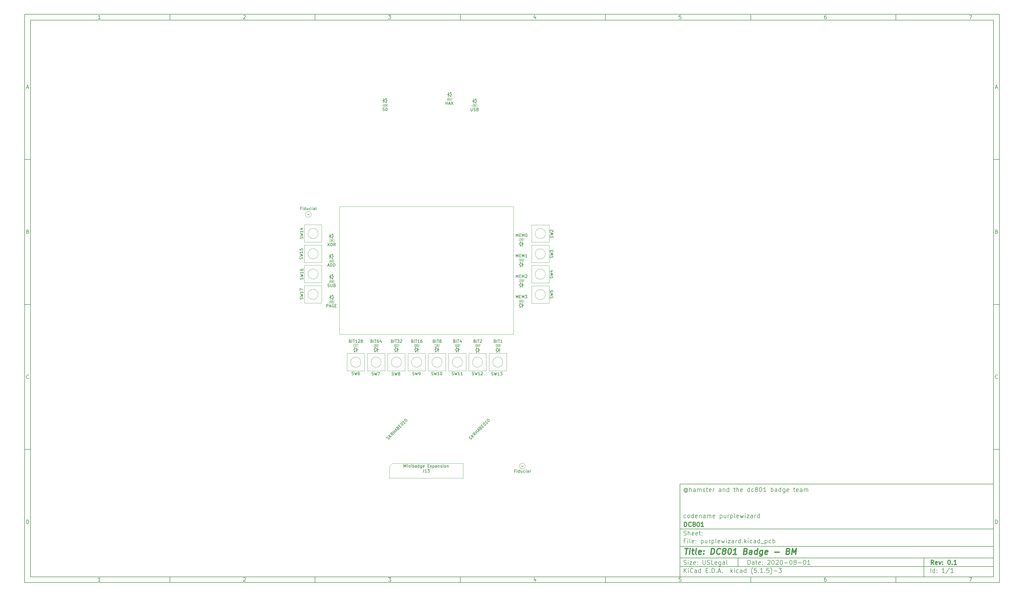
<source format=gbr>
G04 #@! TF.GenerationSoftware,KiCad,Pcbnew,(5.1.5)-3*
G04 #@! TF.CreationDate,2021-01-11T00:29:40-07:00*
G04 #@! TF.ProjectId,purplewizard,70757270-6c65-4776-997a-6172642e6b69,0.1*
G04 #@! TF.SameCoordinates,PX613b810PYa454c00*
G04 #@! TF.FileFunction,Other,Fab,Top*
%FSLAX46Y46*%
G04 Gerber Fmt 4.6, Leading zero omitted, Abs format (unit mm)*
G04 Created by KiCad (PCBNEW (5.1.5)-3) date 2021-01-11 00:29:40*
%MOMM*%
%LPD*%
G04 APERTURE LIST*
%ADD10C,0.100000*%
%ADD11C,0.150000*%
%ADD12C,0.300000*%
%ADD13C,0.400000*%
%ADD14C,0.120000*%
%ADD15C,0.040000*%
%ADD16C,0.060000*%
G04 APERTURE END LIST*
D10*
D11*
X133644400Y413600D02*
X133644400Y-31586400D01*
X241644400Y-31586400D01*
X241644400Y413600D01*
X133644400Y413600D01*
D10*
D11*
X-91955600Y162313600D02*
X-91955600Y-33586400D01*
X243644400Y-33586400D01*
X243644400Y162313600D01*
X-91955600Y162313600D01*
D10*
D11*
X-89955600Y160313600D02*
X-89955600Y-31586400D01*
X241644400Y-31586400D01*
X241644400Y160313600D01*
X-89955600Y160313600D01*
D10*
D11*
X-41955600Y160313600D02*
X-41955600Y162313600D01*
D10*
D11*
X8044400Y160313600D02*
X8044400Y162313600D01*
D10*
D11*
X58044400Y160313600D02*
X58044400Y162313600D01*
D10*
D11*
X108044400Y160313600D02*
X108044400Y162313600D01*
D10*
D11*
X158044400Y160313600D02*
X158044400Y162313600D01*
D10*
D11*
X208044400Y160313600D02*
X208044400Y162313600D01*
D10*
D11*
X-65890124Y160725505D02*
X-66632981Y160725505D01*
X-66261553Y160725505D02*
X-66261553Y162025505D01*
X-66385362Y161839791D01*
X-66509172Y161715981D01*
X-66632981Y161654077D01*
D10*
D11*
X-16632981Y161901696D02*
X-16571077Y161963600D01*
X-16447267Y162025505D01*
X-16137743Y162025505D01*
X-16013934Y161963600D01*
X-15952029Y161901696D01*
X-15890124Y161777886D01*
X-15890124Y161654077D01*
X-15952029Y161468362D01*
X-16694886Y160725505D01*
X-15890124Y160725505D01*
D10*
D11*
X33305114Y162025505D02*
X34109876Y162025505D01*
X33676542Y161530267D01*
X33862257Y161530267D01*
X33986066Y161468362D01*
X34047971Y161406458D01*
X34109876Y161282648D01*
X34109876Y160973124D01*
X34047971Y160849315D01*
X33986066Y160787410D01*
X33862257Y160725505D01*
X33490828Y160725505D01*
X33367019Y160787410D01*
X33305114Y160849315D01*
D10*
D11*
X83986066Y161592172D02*
X83986066Y160725505D01*
X83676542Y162087410D02*
X83367019Y161158839D01*
X84171780Y161158839D01*
D10*
D11*
X134047971Y162025505D02*
X133428923Y162025505D01*
X133367019Y161406458D01*
X133428923Y161468362D01*
X133552733Y161530267D01*
X133862257Y161530267D01*
X133986066Y161468362D01*
X134047971Y161406458D01*
X134109876Y161282648D01*
X134109876Y160973124D01*
X134047971Y160849315D01*
X133986066Y160787410D01*
X133862257Y160725505D01*
X133552733Y160725505D01*
X133428923Y160787410D01*
X133367019Y160849315D01*
D10*
D11*
X183986066Y162025505D02*
X183738447Y162025505D01*
X183614638Y161963600D01*
X183552733Y161901696D01*
X183428923Y161715981D01*
X183367019Y161468362D01*
X183367019Y160973124D01*
X183428923Y160849315D01*
X183490828Y160787410D01*
X183614638Y160725505D01*
X183862257Y160725505D01*
X183986066Y160787410D01*
X184047971Y160849315D01*
X184109876Y160973124D01*
X184109876Y161282648D01*
X184047971Y161406458D01*
X183986066Y161468362D01*
X183862257Y161530267D01*
X183614638Y161530267D01*
X183490828Y161468362D01*
X183428923Y161406458D01*
X183367019Y161282648D01*
D10*
D11*
X233305114Y162025505D02*
X234171780Y162025505D01*
X233614638Y160725505D01*
D10*
D11*
X-41955600Y-31586400D02*
X-41955600Y-33586400D01*
D10*
D11*
X8044400Y-31586400D02*
X8044400Y-33586400D01*
D10*
D11*
X58044400Y-31586400D02*
X58044400Y-33586400D01*
D10*
D11*
X108044400Y-31586400D02*
X108044400Y-33586400D01*
D10*
D11*
X158044400Y-31586400D02*
X158044400Y-33586400D01*
D10*
D11*
X208044400Y-31586400D02*
X208044400Y-33586400D01*
D10*
D11*
X-65890124Y-33174495D02*
X-66632981Y-33174495D01*
X-66261553Y-33174495D02*
X-66261553Y-31874495D01*
X-66385362Y-32060209D01*
X-66509172Y-32184019D01*
X-66632981Y-32245923D01*
D10*
D11*
X-16632981Y-31998304D02*
X-16571077Y-31936400D01*
X-16447267Y-31874495D01*
X-16137743Y-31874495D01*
X-16013934Y-31936400D01*
X-15952029Y-31998304D01*
X-15890124Y-32122114D01*
X-15890124Y-32245923D01*
X-15952029Y-32431638D01*
X-16694886Y-33174495D01*
X-15890124Y-33174495D01*
D10*
D11*
X33305114Y-31874495D02*
X34109876Y-31874495D01*
X33676542Y-32369733D01*
X33862257Y-32369733D01*
X33986066Y-32431638D01*
X34047971Y-32493542D01*
X34109876Y-32617352D01*
X34109876Y-32926876D01*
X34047971Y-33050685D01*
X33986066Y-33112590D01*
X33862257Y-33174495D01*
X33490828Y-33174495D01*
X33367019Y-33112590D01*
X33305114Y-33050685D01*
D10*
D11*
X83986066Y-32307828D02*
X83986066Y-33174495D01*
X83676542Y-31812590D02*
X83367019Y-32741161D01*
X84171780Y-32741161D01*
D10*
D11*
X134047971Y-31874495D02*
X133428923Y-31874495D01*
X133367019Y-32493542D01*
X133428923Y-32431638D01*
X133552733Y-32369733D01*
X133862257Y-32369733D01*
X133986066Y-32431638D01*
X134047971Y-32493542D01*
X134109876Y-32617352D01*
X134109876Y-32926876D01*
X134047971Y-33050685D01*
X133986066Y-33112590D01*
X133862257Y-33174495D01*
X133552733Y-33174495D01*
X133428923Y-33112590D01*
X133367019Y-33050685D01*
D10*
D11*
X183986066Y-31874495D02*
X183738447Y-31874495D01*
X183614638Y-31936400D01*
X183552733Y-31998304D01*
X183428923Y-32184019D01*
X183367019Y-32431638D01*
X183367019Y-32926876D01*
X183428923Y-33050685D01*
X183490828Y-33112590D01*
X183614638Y-33174495D01*
X183862257Y-33174495D01*
X183986066Y-33112590D01*
X184047971Y-33050685D01*
X184109876Y-32926876D01*
X184109876Y-32617352D01*
X184047971Y-32493542D01*
X183986066Y-32431638D01*
X183862257Y-32369733D01*
X183614638Y-32369733D01*
X183490828Y-32431638D01*
X183428923Y-32493542D01*
X183367019Y-32617352D01*
D10*
D11*
X233305114Y-31874495D02*
X234171780Y-31874495D01*
X233614638Y-33174495D01*
D10*
D11*
X-91955600Y112313600D02*
X-89955600Y112313600D01*
D10*
D11*
X-91955600Y62313600D02*
X-89955600Y62313600D01*
D10*
D11*
X-91955600Y12313600D02*
X-89955600Y12313600D01*
D10*
D11*
X-91265124Y137096934D02*
X-90646077Y137096934D01*
X-91388934Y136725505D02*
X-90955600Y138025505D01*
X-90522267Y136725505D01*
D10*
D11*
X-90862743Y87406458D02*
X-90677029Y87344553D01*
X-90615124Y87282648D01*
X-90553220Y87158839D01*
X-90553220Y86973124D01*
X-90615124Y86849315D01*
X-90677029Y86787410D01*
X-90800839Y86725505D01*
X-91296077Y86725505D01*
X-91296077Y88025505D01*
X-90862743Y88025505D01*
X-90738934Y87963600D01*
X-90677029Y87901696D01*
X-90615124Y87777886D01*
X-90615124Y87654077D01*
X-90677029Y87530267D01*
X-90738934Y87468362D01*
X-90862743Y87406458D01*
X-91296077Y87406458D01*
D10*
D11*
X-90553220Y36849315D02*
X-90615124Y36787410D01*
X-90800839Y36725505D01*
X-90924648Y36725505D01*
X-91110362Y36787410D01*
X-91234172Y36911220D01*
X-91296077Y37035029D01*
X-91357981Y37282648D01*
X-91357981Y37468362D01*
X-91296077Y37715981D01*
X-91234172Y37839791D01*
X-91110362Y37963600D01*
X-90924648Y38025505D01*
X-90800839Y38025505D01*
X-90615124Y37963600D01*
X-90553220Y37901696D01*
D10*
D11*
X-91296077Y-13274495D02*
X-91296077Y-11974495D01*
X-90986553Y-11974495D01*
X-90800839Y-12036400D01*
X-90677029Y-12160209D01*
X-90615124Y-12284019D01*
X-90553220Y-12531638D01*
X-90553220Y-12717352D01*
X-90615124Y-12964971D01*
X-90677029Y-13088780D01*
X-90800839Y-13212590D01*
X-90986553Y-13274495D01*
X-91296077Y-13274495D01*
D10*
D11*
X243644400Y112313600D02*
X241644400Y112313600D01*
D10*
D11*
X243644400Y62313600D02*
X241644400Y62313600D01*
D10*
D11*
X243644400Y12313600D02*
X241644400Y12313600D01*
D10*
D11*
X242334876Y137096934D02*
X242953923Y137096934D01*
X242211066Y136725505D02*
X242644400Y138025505D01*
X243077733Y136725505D01*
D10*
D11*
X242737257Y87406458D02*
X242922971Y87344553D01*
X242984876Y87282648D01*
X243046780Y87158839D01*
X243046780Y86973124D01*
X242984876Y86849315D01*
X242922971Y86787410D01*
X242799161Y86725505D01*
X242303923Y86725505D01*
X242303923Y88025505D01*
X242737257Y88025505D01*
X242861066Y87963600D01*
X242922971Y87901696D01*
X242984876Y87777886D01*
X242984876Y87654077D01*
X242922971Y87530267D01*
X242861066Y87468362D01*
X242737257Y87406458D01*
X242303923Y87406458D01*
D10*
D11*
X243046780Y36849315D02*
X242984876Y36787410D01*
X242799161Y36725505D01*
X242675352Y36725505D01*
X242489638Y36787410D01*
X242365828Y36911220D01*
X242303923Y37035029D01*
X242242019Y37282648D01*
X242242019Y37468362D01*
X242303923Y37715981D01*
X242365828Y37839791D01*
X242489638Y37963600D01*
X242675352Y38025505D01*
X242799161Y38025505D01*
X242984876Y37963600D01*
X243046780Y37901696D01*
D10*
D11*
X242303923Y-13274495D02*
X242303923Y-11974495D01*
X242613447Y-11974495D01*
X242799161Y-12036400D01*
X242922971Y-12160209D01*
X242984876Y-12284019D01*
X243046780Y-12531638D01*
X243046780Y-12717352D01*
X242984876Y-12964971D01*
X242922971Y-13088780D01*
X242799161Y-13212590D01*
X242613447Y-13274495D01*
X242303923Y-13274495D01*
D10*
D11*
X157076542Y-27364971D02*
X157076542Y-25864971D01*
X157433685Y-25864971D01*
X157647971Y-25936400D01*
X157790828Y-26079257D01*
X157862257Y-26222114D01*
X157933685Y-26507828D01*
X157933685Y-26722114D01*
X157862257Y-27007828D01*
X157790828Y-27150685D01*
X157647971Y-27293542D01*
X157433685Y-27364971D01*
X157076542Y-27364971D01*
X159219400Y-27364971D02*
X159219400Y-26579257D01*
X159147971Y-26436400D01*
X159005114Y-26364971D01*
X158719400Y-26364971D01*
X158576542Y-26436400D01*
X159219400Y-27293542D02*
X159076542Y-27364971D01*
X158719400Y-27364971D01*
X158576542Y-27293542D01*
X158505114Y-27150685D01*
X158505114Y-27007828D01*
X158576542Y-26864971D01*
X158719400Y-26793542D01*
X159076542Y-26793542D01*
X159219400Y-26722114D01*
X159719400Y-26364971D02*
X160290828Y-26364971D01*
X159933685Y-25864971D02*
X159933685Y-27150685D01*
X160005114Y-27293542D01*
X160147971Y-27364971D01*
X160290828Y-27364971D01*
X161362257Y-27293542D02*
X161219400Y-27364971D01*
X160933685Y-27364971D01*
X160790828Y-27293542D01*
X160719400Y-27150685D01*
X160719400Y-26579257D01*
X160790828Y-26436400D01*
X160933685Y-26364971D01*
X161219400Y-26364971D01*
X161362257Y-26436400D01*
X161433685Y-26579257D01*
X161433685Y-26722114D01*
X160719400Y-26864971D01*
X162076542Y-27222114D02*
X162147971Y-27293542D01*
X162076542Y-27364971D01*
X162005114Y-27293542D01*
X162076542Y-27222114D01*
X162076542Y-27364971D01*
X162076542Y-26436400D02*
X162147971Y-26507828D01*
X162076542Y-26579257D01*
X162005114Y-26507828D01*
X162076542Y-26436400D01*
X162076542Y-26579257D01*
X163862257Y-26007828D02*
X163933685Y-25936400D01*
X164076542Y-25864971D01*
X164433685Y-25864971D01*
X164576542Y-25936400D01*
X164647971Y-26007828D01*
X164719400Y-26150685D01*
X164719400Y-26293542D01*
X164647971Y-26507828D01*
X163790828Y-27364971D01*
X164719400Y-27364971D01*
X165647971Y-25864971D02*
X165790828Y-25864971D01*
X165933685Y-25936400D01*
X166005114Y-26007828D01*
X166076542Y-26150685D01*
X166147971Y-26436400D01*
X166147971Y-26793542D01*
X166076542Y-27079257D01*
X166005114Y-27222114D01*
X165933685Y-27293542D01*
X165790828Y-27364971D01*
X165647971Y-27364971D01*
X165505114Y-27293542D01*
X165433685Y-27222114D01*
X165362257Y-27079257D01*
X165290828Y-26793542D01*
X165290828Y-26436400D01*
X165362257Y-26150685D01*
X165433685Y-26007828D01*
X165505114Y-25936400D01*
X165647971Y-25864971D01*
X166719400Y-26007828D02*
X166790828Y-25936400D01*
X166933685Y-25864971D01*
X167290828Y-25864971D01*
X167433685Y-25936400D01*
X167505114Y-26007828D01*
X167576542Y-26150685D01*
X167576542Y-26293542D01*
X167505114Y-26507828D01*
X166647971Y-27364971D01*
X167576542Y-27364971D01*
X168505114Y-25864971D02*
X168647971Y-25864971D01*
X168790828Y-25936400D01*
X168862257Y-26007828D01*
X168933685Y-26150685D01*
X169005114Y-26436400D01*
X169005114Y-26793542D01*
X168933685Y-27079257D01*
X168862257Y-27222114D01*
X168790828Y-27293542D01*
X168647971Y-27364971D01*
X168505114Y-27364971D01*
X168362257Y-27293542D01*
X168290828Y-27222114D01*
X168219400Y-27079257D01*
X168147971Y-26793542D01*
X168147971Y-26436400D01*
X168219400Y-26150685D01*
X168290828Y-26007828D01*
X168362257Y-25936400D01*
X168505114Y-25864971D01*
X169647971Y-26793542D02*
X170790828Y-26793542D01*
X171790828Y-25864971D02*
X171933685Y-25864971D01*
X172076542Y-25936400D01*
X172147971Y-26007828D01*
X172219400Y-26150685D01*
X172290828Y-26436400D01*
X172290828Y-26793542D01*
X172219400Y-27079257D01*
X172147971Y-27222114D01*
X172076542Y-27293542D01*
X171933685Y-27364971D01*
X171790828Y-27364971D01*
X171647971Y-27293542D01*
X171576542Y-27222114D01*
X171505114Y-27079257D01*
X171433685Y-26793542D01*
X171433685Y-26436400D01*
X171505114Y-26150685D01*
X171576542Y-26007828D01*
X171647971Y-25936400D01*
X171790828Y-25864971D01*
X173147971Y-26507828D02*
X173005114Y-26436400D01*
X172933685Y-26364971D01*
X172862257Y-26222114D01*
X172862257Y-26150685D01*
X172933685Y-26007828D01*
X173005114Y-25936400D01*
X173147971Y-25864971D01*
X173433685Y-25864971D01*
X173576542Y-25936400D01*
X173647971Y-26007828D01*
X173719400Y-26150685D01*
X173719400Y-26222114D01*
X173647971Y-26364971D01*
X173576542Y-26436400D01*
X173433685Y-26507828D01*
X173147971Y-26507828D01*
X173005114Y-26579257D01*
X172933685Y-26650685D01*
X172862257Y-26793542D01*
X172862257Y-27079257D01*
X172933685Y-27222114D01*
X173005114Y-27293542D01*
X173147971Y-27364971D01*
X173433685Y-27364971D01*
X173576542Y-27293542D01*
X173647971Y-27222114D01*
X173719400Y-27079257D01*
X173719400Y-26793542D01*
X173647971Y-26650685D01*
X173576542Y-26579257D01*
X173433685Y-26507828D01*
X174362257Y-26793542D02*
X175505114Y-26793542D01*
X176505114Y-25864971D02*
X176647971Y-25864971D01*
X176790828Y-25936400D01*
X176862257Y-26007828D01*
X176933685Y-26150685D01*
X177005114Y-26436400D01*
X177005114Y-26793542D01*
X176933685Y-27079257D01*
X176862257Y-27222114D01*
X176790828Y-27293542D01*
X176647971Y-27364971D01*
X176505114Y-27364971D01*
X176362257Y-27293542D01*
X176290828Y-27222114D01*
X176219400Y-27079257D01*
X176147971Y-26793542D01*
X176147971Y-26436400D01*
X176219400Y-26150685D01*
X176290828Y-26007828D01*
X176362257Y-25936400D01*
X176505114Y-25864971D01*
X178433685Y-27364971D02*
X177576542Y-27364971D01*
X178005114Y-27364971D02*
X178005114Y-25864971D01*
X177862257Y-26079257D01*
X177719400Y-26222114D01*
X177576542Y-26293542D01*
D10*
D11*
X133644400Y-28086400D02*
X241644400Y-28086400D01*
D10*
D11*
X135076542Y-30164971D02*
X135076542Y-28664971D01*
X135933685Y-30164971D02*
X135290828Y-29307828D01*
X135933685Y-28664971D02*
X135076542Y-29522114D01*
X136576542Y-30164971D02*
X136576542Y-29164971D01*
X136576542Y-28664971D02*
X136505114Y-28736400D01*
X136576542Y-28807828D01*
X136647971Y-28736400D01*
X136576542Y-28664971D01*
X136576542Y-28807828D01*
X138147971Y-30022114D02*
X138076542Y-30093542D01*
X137862257Y-30164971D01*
X137719400Y-30164971D01*
X137505114Y-30093542D01*
X137362257Y-29950685D01*
X137290828Y-29807828D01*
X137219400Y-29522114D01*
X137219400Y-29307828D01*
X137290828Y-29022114D01*
X137362257Y-28879257D01*
X137505114Y-28736400D01*
X137719400Y-28664971D01*
X137862257Y-28664971D01*
X138076542Y-28736400D01*
X138147971Y-28807828D01*
X139433685Y-30164971D02*
X139433685Y-29379257D01*
X139362257Y-29236400D01*
X139219400Y-29164971D01*
X138933685Y-29164971D01*
X138790828Y-29236400D01*
X139433685Y-30093542D02*
X139290828Y-30164971D01*
X138933685Y-30164971D01*
X138790828Y-30093542D01*
X138719400Y-29950685D01*
X138719400Y-29807828D01*
X138790828Y-29664971D01*
X138933685Y-29593542D01*
X139290828Y-29593542D01*
X139433685Y-29522114D01*
X140790828Y-30164971D02*
X140790828Y-28664971D01*
X140790828Y-30093542D02*
X140647971Y-30164971D01*
X140362257Y-30164971D01*
X140219400Y-30093542D01*
X140147971Y-30022114D01*
X140076542Y-29879257D01*
X140076542Y-29450685D01*
X140147971Y-29307828D01*
X140219400Y-29236400D01*
X140362257Y-29164971D01*
X140647971Y-29164971D01*
X140790828Y-29236400D01*
X142647971Y-29379257D02*
X143147971Y-29379257D01*
X143362257Y-30164971D02*
X142647971Y-30164971D01*
X142647971Y-28664971D01*
X143362257Y-28664971D01*
X144005114Y-30022114D02*
X144076542Y-30093542D01*
X144005114Y-30164971D01*
X143933685Y-30093542D01*
X144005114Y-30022114D01*
X144005114Y-30164971D01*
X144719400Y-30164971D02*
X144719400Y-28664971D01*
X145076542Y-28664971D01*
X145290828Y-28736400D01*
X145433685Y-28879257D01*
X145505114Y-29022114D01*
X145576542Y-29307828D01*
X145576542Y-29522114D01*
X145505114Y-29807828D01*
X145433685Y-29950685D01*
X145290828Y-30093542D01*
X145076542Y-30164971D01*
X144719400Y-30164971D01*
X146219400Y-30022114D02*
X146290828Y-30093542D01*
X146219400Y-30164971D01*
X146147971Y-30093542D01*
X146219400Y-30022114D01*
X146219400Y-30164971D01*
X146862257Y-29736400D02*
X147576542Y-29736400D01*
X146719400Y-30164971D02*
X147219400Y-28664971D01*
X147719400Y-30164971D01*
X148219400Y-30022114D02*
X148290828Y-30093542D01*
X148219400Y-30164971D01*
X148147971Y-30093542D01*
X148219400Y-30022114D01*
X148219400Y-30164971D01*
X151219400Y-30164971D02*
X151219400Y-28664971D01*
X151362257Y-29593542D02*
X151790828Y-30164971D01*
X151790828Y-29164971D02*
X151219400Y-29736400D01*
X152433685Y-30164971D02*
X152433685Y-29164971D01*
X152433685Y-28664971D02*
X152362257Y-28736400D01*
X152433685Y-28807828D01*
X152505114Y-28736400D01*
X152433685Y-28664971D01*
X152433685Y-28807828D01*
X153790828Y-30093542D02*
X153647971Y-30164971D01*
X153362257Y-30164971D01*
X153219400Y-30093542D01*
X153147971Y-30022114D01*
X153076542Y-29879257D01*
X153076542Y-29450685D01*
X153147971Y-29307828D01*
X153219400Y-29236400D01*
X153362257Y-29164971D01*
X153647971Y-29164971D01*
X153790828Y-29236400D01*
X155076542Y-30164971D02*
X155076542Y-29379257D01*
X155005114Y-29236400D01*
X154862257Y-29164971D01*
X154576542Y-29164971D01*
X154433685Y-29236400D01*
X155076542Y-30093542D02*
X154933685Y-30164971D01*
X154576542Y-30164971D01*
X154433685Y-30093542D01*
X154362257Y-29950685D01*
X154362257Y-29807828D01*
X154433685Y-29664971D01*
X154576542Y-29593542D01*
X154933685Y-29593542D01*
X155076542Y-29522114D01*
X156433685Y-30164971D02*
X156433685Y-28664971D01*
X156433685Y-30093542D02*
X156290828Y-30164971D01*
X156005114Y-30164971D01*
X155862257Y-30093542D01*
X155790828Y-30022114D01*
X155719400Y-29879257D01*
X155719400Y-29450685D01*
X155790828Y-29307828D01*
X155862257Y-29236400D01*
X156005114Y-29164971D01*
X156290828Y-29164971D01*
X156433685Y-29236400D01*
X158719400Y-30736400D02*
X158647971Y-30664971D01*
X158505114Y-30450685D01*
X158433685Y-30307828D01*
X158362257Y-30093542D01*
X158290828Y-29736400D01*
X158290828Y-29450685D01*
X158362257Y-29093542D01*
X158433685Y-28879257D01*
X158505114Y-28736400D01*
X158647971Y-28522114D01*
X158719400Y-28450685D01*
X160005114Y-28664971D02*
X159290828Y-28664971D01*
X159219400Y-29379257D01*
X159290828Y-29307828D01*
X159433685Y-29236400D01*
X159790828Y-29236400D01*
X159933685Y-29307828D01*
X160005114Y-29379257D01*
X160076542Y-29522114D01*
X160076542Y-29879257D01*
X160005114Y-30022114D01*
X159933685Y-30093542D01*
X159790828Y-30164971D01*
X159433685Y-30164971D01*
X159290828Y-30093542D01*
X159219400Y-30022114D01*
X160719400Y-30022114D02*
X160790828Y-30093542D01*
X160719400Y-30164971D01*
X160647971Y-30093542D01*
X160719400Y-30022114D01*
X160719400Y-30164971D01*
X162219400Y-30164971D02*
X161362257Y-30164971D01*
X161790828Y-30164971D02*
X161790828Y-28664971D01*
X161647971Y-28879257D01*
X161505114Y-29022114D01*
X161362257Y-29093542D01*
X162862257Y-30022114D02*
X162933685Y-30093542D01*
X162862257Y-30164971D01*
X162790828Y-30093542D01*
X162862257Y-30022114D01*
X162862257Y-30164971D01*
X164290828Y-28664971D02*
X163576542Y-28664971D01*
X163505114Y-29379257D01*
X163576542Y-29307828D01*
X163719400Y-29236400D01*
X164076542Y-29236400D01*
X164219400Y-29307828D01*
X164290828Y-29379257D01*
X164362257Y-29522114D01*
X164362257Y-29879257D01*
X164290828Y-30022114D01*
X164219400Y-30093542D01*
X164076542Y-30164971D01*
X163719400Y-30164971D01*
X163576542Y-30093542D01*
X163505114Y-30022114D01*
X164862257Y-30736400D02*
X164933685Y-30664971D01*
X165076542Y-30450685D01*
X165147971Y-30307828D01*
X165219400Y-30093542D01*
X165290828Y-29736400D01*
X165290828Y-29450685D01*
X165219400Y-29093542D01*
X165147971Y-28879257D01*
X165076542Y-28736400D01*
X164933685Y-28522114D01*
X164862257Y-28450685D01*
X166005114Y-29593542D02*
X167147971Y-29593542D01*
X167719400Y-28664971D02*
X168647971Y-28664971D01*
X168147971Y-29236400D01*
X168362257Y-29236400D01*
X168505114Y-29307828D01*
X168576542Y-29379257D01*
X168647971Y-29522114D01*
X168647971Y-29879257D01*
X168576542Y-30022114D01*
X168505114Y-30093542D01*
X168362257Y-30164971D01*
X167933685Y-30164971D01*
X167790828Y-30093542D01*
X167719400Y-30022114D01*
D10*
D11*
X133644400Y-25086400D02*
X241644400Y-25086400D01*
D10*
D12*
X221053685Y-27364971D02*
X220553685Y-26650685D01*
X220196542Y-27364971D02*
X220196542Y-25864971D01*
X220767971Y-25864971D01*
X220910828Y-25936400D01*
X220982257Y-26007828D01*
X221053685Y-26150685D01*
X221053685Y-26364971D01*
X220982257Y-26507828D01*
X220910828Y-26579257D01*
X220767971Y-26650685D01*
X220196542Y-26650685D01*
X222267971Y-27293542D02*
X222125114Y-27364971D01*
X221839400Y-27364971D01*
X221696542Y-27293542D01*
X221625114Y-27150685D01*
X221625114Y-26579257D01*
X221696542Y-26436400D01*
X221839400Y-26364971D01*
X222125114Y-26364971D01*
X222267971Y-26436400D01*
X222339400Y-26579257D01*
X222339400Y-26722114D01*
X221625114Y-26864971D01*
X222839400Y-26364971D02*
X223196542Y-27364971D01*
X223553685Y-26364971D01*
X224125114Y-27222114D02*
X224196542Y-27293542D01*
X224125114Y-27364971D01*
X224053685Y-27293542D01*
X224125114Y-27222114D01*
X224125114Y-27364971D01*
X224125114Y-26436400D02*
X224196542Y-26507828D01*
X224125114Y-26579257D01*
X224053685Y-26507828D01*
X224125114Y-26436400D01*
X224125114Y-26579257D01*
X226267971Y-25864971D02*
X226410828Y-25864971D01*
X226553685Y-25936400D01*
X226625114Y-26007828D01*
X226696542Y-26150685D01*
X226767971Y-26436400D01*
X226767971Y-26793542D01*
X226696542Y-27079257D01*
X226625114Y-27222114D01*
X226553685Y-27293542D01*
X226410828Y-27364971D01*
X226267971Y-27364971D01*
X226125114Y-27293542D01*
X226053685Y-27222114D01*
X225982257Y-27079257D01*
X225910828Y-26793542D01*
X225910828Y-26436400D01*
X225982257Y-26150685D01*
X226053685Y-26007828D01*
X226125114Y-25936400D01*
X226267971Y-25864971D01*
X227410828Y-27222114D02*
X227482257Y-27293542D01*
X227410828Y-27364971D01*
X227339400Y-27293542D01*
X227410828Y-27222114D01*
X227410828Y-27364971D01*
X228910828Y-27364971D02*
X228053685Y-27364971D01*
X228482257Y-27364971D02*
X228482257Y-25864971D01*
X228339400Y-26079257D01*
X228196542Y-26222114D01*
X228053685Y-26293542D01*
D10*
D11*
X135005114Y-27293542D02*
X135219400Y-27364971D01*
X135576542Y-27364971D01*
X135719400Y-27293542D01*
X135790828Y-27222114D01*
X135862257Y-27079257D01*
X135862257Y-26936400D01*
X135790828Y-26793542D01*
X135719400Y-26722114D01*
X135576542Y-26650685D01*
X135290828Y-26579257D01*
X135147971Y-26507828D01*
X135076542Y-26436400D01*
X135005114Y-26293542D01*
X135005114Y-26150685D01*
X135076542Y-26007828D01*
X135147971Y-25936400D01*
X135290828Y-25864971D01*
X135647971Y-25864971D01*
X135862257Y-25936400D01*
X136505114Y-27364971D02*
X136505114Y-26364971D01*
X136505114Y-25864971D02*
X136433685Y-25936400D01*
X136505114Y-26007828D01*
X136576542Y-25936400D01*
X136505114Y-25864971D01*
X136505114Y-26007828D01*
X137076542Y-26364971D02*
X137862257Y-26364971D01*
X137076542Y-27364971D01*
X137862257Y-27364971D01*
X139005114Y-27293542D02*
X138862257Y-27364971D01*
X138576542Y-27364971D01*
X138433685Y-27293542D01*
X138362257Y-27150685D01*
X138362257Y-26579257D01*
X138433685Y-26436400D01*
X138576542Y-26364971D01*
X138862257Y-26364971D01*
X139005114Y-26436400D01*
X139076542Y-26579257D01*
X139076542Y-26722114D01*
X138362257Y-26864971D01*
X139719400Y-27222114D02*
X139790828Y-27293542D01*
X139719400Y-27364971D01*
X139647971Y-27293542D01*
X139719400Y-27222114D01*
X139719400Y-27364971D01*
X139719400Y-26436400D02*
X139790828Y-26507828D01*
X139719400Y-26579257D01*
X139647971Y-26507828D01*
X139719400Y-26436400D01*
X139719400Y-26579257D01*
X141576542Y-25864971D02*
X141576542Y-27079257D01*
X141647971Y-27222114D01*
X141719400Y-27293542D01*
X141862257Y-27364971D01*
X142147971Y-27364971D01*
X142290828Y-27293542D01*
X142362257Y-27222114D01*
X142433685Y-27079257D01*
X142433685Y-25864971D01*
X143076542Y-27293542D02*
X143290828Y-27364971D01*
X143647971Y-27364971D01*
X143790828Y-27293542D01*
X143862257Y-27222114D01*
X143933685Y-27079257D01*
X143933685Y-26936400D01*
X143862257Y-26793542D01*
X143790828Y-26722114D01*
X143647971Y-26650685D01*
X143362257Y-26579257D01*
X143219400Y-26507828D01*
X143147971Y-26436400D01*
X143076542Y-26293542D01*
X143076542Y-26150685D01*
X143147971Y-26007828D01*
X143219400Y-25936400D01*
X143362257Y-25864971D01*
X143719400Y-25864971D01*
X143933685Y-25936400D01*
X145290828Y-27364971D02*
X144576542Y-27364971D01*
X144576542Y-25864971D01*
X146362257Y-27293542D02*
X146219400Y-27364971D01*
X145933685Y-27364971D01*
X145790828Y-27293542D01*
X145719400Y-27150685D01*
X145719400Y-26579257D01*
X145790828Y-26436400D01*
X145933685Y-26364971D01*
X146219400Y-26364971D01*
X146362257Y-26436400D01*
X146433685Y-26579257D01*
X146433685Y-26722114D01*
X145719400Y-26864971D01*
X147719400Y-26364971D02*
X147719400Y-27579257D01*
X147647971Y-27722114D01*
X147576542Y-27793542D01*
X147433685Y-27864971D01*
X147219400Y-27864971D01*
X147076542Y-27793542D01*
X147719400Y-27293542D02*
X147576542Y-27364971D01*
X147290828Y-27364971D01*
X147147971Y-27293542D01*
X147076542Y-27222114D01*
X147005114Y-27079257D01*
X147005114Y-26650685D01*
X147076542Y-26507828D01*
X147147971Y-26436400D01*
X147290828Y-26364971D01*
X147576542Y-26364971D01*
X147719400Y-26436400D01*
X149076542Y-27364971D02*
X149076542Y-26579257D01*
X149005114Y-26436400D01*
X148862257Y-26364971D01*
X148576542Y-26364971D01*
X148433685Y-26436400D01*
X149076542Y-27293542D02*
X148933685Y-27364971D01*
X148576542Y-27364971D01*
X148433685Y-27293542D01*
X148362257Y-27150685D01*
X148362257Y-27007828D01*
X148433685Y-26864971D01*
X148576542Y-26793542D01*
X148933685Y-26793542D01*
X149076542Y-26722114D01*
X150005114Y-27364971D02*
X149862257Y-27293542D01*
X149790828Y-27150685D01*
X149790828Y-25864971D01*
D10*
D11*
X220076542Y-30164971D02*
X220076542Y-28664971D01*
X221433685Y-30164971D02*
X221433685Y-28664971D01*
X221433685Y-30093542D02*
X221290828Y-30164971D01*
X221005114Y-30164971D01*
X220862257Y-30093542D01*
X220790828Y-30022114D01*
X220719400Y-29879257D01*
X220719400Y-29450685D01*
X220790828Y-29307828D01*
X220862257Y-29236400D01*
X221005114Y-29164971D01*
X221290828Y-29164971D01*
X221433685Y-29236400D01*
X222147971Y-30022114D02*
X222219400Y-30093542D01*
X222147971Y-30164971D01*
X222076542Y-30093542D01*
X222147971Y-30022114D01*
X222147971Y-30164971D01*
X222147971Y-29236400D02*
X222219400Y-29307828D01*
X222147971Y-29379257D01*
X222076542Y-29307828D01*
X222147971Y-29236400D01*
X222147971Y-29379257D01*
X224790828Y-30164971D02*
X223933685Y-30164971D01*
X224362257Y-30164971D02*
X224362257Y-28664971D01*
X224219400Y-28879257D01*
X224076542Y-29022114D01*
X223933685Y-29093542D01*
X226505114Y-28593542D02*
X225219400Y-30522114D01*
X227790828Y-30164971D02*
X226933685Y-30164971D01*
X227362257Y-30164971D02*
X227362257Y-28664971D01*
X227219400Y-28879257D01*
X227076542Y-29022114D01*
X226933685Y-29093542D01*
D10*
D11*
X133644400Y-21086400D02*
X241644400Y-21086400D01*
D10*
D13*
X135356780Y-21791161D02*
X136499638Y-21791161D01*
X135678209Y-23791161D02*
X135928209Y-21791161D01*
X136916304Y-23791161D02*
X137082971Y-22457828D01*
X137166304Y-21791161D02*
X137059161Y-21886400D01*
X137142495Y-21981638D01*
X137249638Y-21886400D01*
X137166304Y-21791161D01*
X137142495Y-21981638D01*
X137749638Y-22457828D02*
X138511542Y-22457828D01*
X138118685Y-21791161D02*
X137904400Y-23505447D01*
X137975828Y-23695923D01*
X138154400Y-23791161D01*
X138344876Y-23791161D01*
X139297257Y-23791161D02*
X139118685Y-23695923D01*
X139047257Y-23505447D01*
X139261542Y-21791161D01*
X140832971Y-23695923D02*
X140630590Y-23791161D01*
X140249638Y-23791161D01*
X140071066Y-23695923D01*
X139999638Y-23505447D01*
X140094876Y-22743542D01*
X140213923Y-22553066D01*
X140416304Y-22457828D01*
X140797257Y-22457828D01*
X140975828Y-22553066D01*
X141047257Y-22743542D01*
X141023447Y-22934019D01*
X140047257Y-23124495D01*
X141797257Y-23600685D02*
X141880590Y-23695923D01*
X141773447Y-23791161D01*
X141690114Y-23695923D01*
X141797257Y-23600685D01*
X141773447Y-23791161D01*
X141928209Y-22553066D02*
X142011542Y-22648304D01*
X141904400Y-22743542D01*
X141821066Y-22648304D01*
X141928209Y-22553066D01*
X141904400Y-22743542D01*
X144249638Y-23791161D02*
X144499638Y-21791161D01*
X144975828Y-21791161D01*
X145249638Y-21886400D01*
X145416304Y-22076876D01*
X145487733Y-22267352D01*
X145535352Y-22648304D01*
X145499638Y-22934019D01*
X145356780Y-23314971D01*
X145237733Y-23505447D01*
X145023447Y-23695923D01*
X144725828Y-23791161D01*
X144249638Y-23791161D01*
X147416304Y-23600685D02*
X147309161Y-23695923D01*
X147011542Y-23791161D01*
X146821066Y-23791161D01*
X146547257Y-23695923D01*
X146380590Y-23505447D01*
X146309161Y-23314971D01*
X146261542Y-22934019D01*
X146297257Y-22648304D01*
X146440114Y-22267352D01*
X146559161Y-22076876D01*
X146773447Y-21886400D01*
X147071066Y-21791161D01*
X147261542Y-21791161D01*
X147535352Y-21886400D01*
X147618685Y-21981638D01*
X148678209Y-22648304D02*
X148499638Y-22553066D01*
X148416304Y-22457828D01*
X148344876Y-22267352D01*
X148356780Y-22172114D01*
X148475828Y-21981638D01*
X148582971Y-21886400D01*
X148785352Y-21791161D01*
X149166304Y-21791161D01*
X149344876Y-21886400D01*
X149428209Y-21981638D01*
X149499638Y-22172114D01*
X149487733Y-22267352D01*
X149368685Y-22457828D01*
X149261542Y-22553066D01*
X149059161Y-22648304D01*
X148678209Y-22648304D01*
X148475828Y-22743542D01*
X148368685Y-22838780D01*
X148249638Y-23029257D01*
X148202019Y-23410209D01*
X148273447Y-23600685D01*
X148356780Y-23695923D01*
X148535352Y-23791161D01*
X148916304Y-23791161D01*
X149118685Y-23695923D01*
X149225828Y-23600685D01*
X149344876Y-23410209D01*
X149392495Y-23029257D01*
X149321066Y-22838780D01*
X149237733Y-22743542D01*
X149059161Y-22648304D01*
X150785352Y-21791161D02*
X150975828Y-21791161D01*
X151154400Y-21886400D01*
X151237733Y-21981638D01*
X151309161Y-22172114D01*
X151356780Y-22553066D01*
X151297257Y-23029257D01*
X151154400Y-23410209D01*
X151035352Y-23600685D01*
X150928209Y-23695923D01*
X150725828Y-23791161D01*
X150535352Y-23791161D01*
X150356780Y-23695923D01*
X150273447Y-23600685D01*
X150202019Y-23410209D01*
X150154400Y-23029257D01*
X150213923Y-22553066D01*
X150356780Y-22172114D01*
X150475828Y-21981638D01*
X150582971Y-21886400D01*
X150785352Y-21791161D01*
X153106780Y-23791161D02*
X151963923Y-23791161D01*
X152535352Y-23791161D02*
X152785352Y-21791161D01*
X152559161Y-22076876D01*
X152344876Y-22267352D01*
X152142495Y-22362590D01*
X156285352Y-22743542D02*
X156559161Y-22838780D01*
X156642495Y-22934019D01*
X156713923Y-23124495D01*
X156678209Y-23410209D01*
X156559161Y-23600685D01*
X156452019Y-23695923D01*
X156249638Y-23791161D01*
X155487733Y-23791161D01*
X155737733Y-21791161D01*
X156404400Y-21791161D01*
X156582971Y-21886400D01*
X156666304Y-21981638D01*
X156737733Y-22172114D01*
X156713923Y-22362590D01*
X156594876Y-22553066D01*
X156487733Y-22648304D01*
X156285352Y-22743542D01*
X155618685Y-22743542D01*
X158344876Y-23791161D02*
X158475828Y-22743542D01*
X158404400Y-22553066D01*
X158225828Y-22457828D01*
X157844876Y-22457828D01*
X157642495Y-22553066D01*
X158356780Y-23695923D02*
X158154400Y-23791161D01*
X157678209Y-23791161D01*
X157499638Y-23695923D01*
X157428209Y-23505447D01*
X157452019Y-23314971D01*
X157571066Y-23124495D01*
X157773447Y-23029257D01*
X158249638Y-23029257D01*
X158452019Y-22934019D01*
X160154400Y-23791161D02*
X160404400Y-21791161D01*
X160166304Y-23695923D02*
X159963923Y-23791161D01*
X159582971Y-23791161D01*
X159404400Y-23695923D01*
X159321066Y-23600685D01*
X159249638Y-23410209D01*
X159321066Y-22838780D01*
X159440114Y-22648304D01*
X159547257Y-22553066D01*
X159749638Y-22457828D01*
X160130590Y-22457828D01*
X160309161Y-22553066D01*
X162130590Y-22457828D02*
X161928209Y-24076876D01*
X161809161Y-24267352D01*
X161702019Y-24362590D01*
X161499638Y-24457828D01*
X161213923Y-24457828D01*
X161035352Y-24362590D01*
X161975828Y-23695923D02*
X161773447Y-23791161D01*
X161392495Y-23791161D01*
X161213923Y-23695923D01*
X161130590Y-23600685D01*
X161059161Y-23410209D01*
X161130590Y-22838780D01*
X161249638Y-22648304D01*
X161356780Y-22553066D01*
X161559161Y-22457828D01*
X161940114Y-22457828D01*
X162118685Y-22553066D01*
X163690114Y-23695923D02*
X163487733Y-23791161D01*
X163106780Y-23791161D01*
X162928209Y-23695923D01*
X162856780Y-23505447D01*
X162952019Y-22743542D01*
X163071066Y-22553066D01*
X163273447Y-22457828D01*
X163654400Y-22457828D01*
X163832971Y-22553066D01*
X163904400Y-22743542D01*
X163880590Y-22934019D01*
X162904400Y-23124495D01*
X166249638Y-23029257D02*
X167773447Y-23029257D01*
X170952019Y-22743542D02*
X171225828Y-22838780D01*
X171309161Y-22934019D01*
X171380590Y-23124495D01*
X171344876Y-23410209D01*
X171225828Y-23600685D01*
X171118685Y-23695923D01*
X170916304Y-23791161D01*
X170154400Y-23791161D01*
X170404400Y-21791161D01*
X171071066Y-21791161D01*
X171249638Y-21886400D01*
X171332971Y-21981638D01*
X171404400Y-22172114D01*
X171380590Y-22362590D01*
X171261542Y-22553066D01*
X171154400Y-22648304D01*
X170952019Y-22743542D01*
X170285352Y-22743542D01*
X172154400Y-23791161D02*
X172404400Y-21791161D01*
X172892495Y-23219733D01*
X173737733Y-21791161D01*
X173487733Y-23791161D01*
D10*
D11*
X135576542Y-19179257D02*
X135076542Y-19179257D01*
X135076542Y-19964971D02*
X135076542Y-18464971D01*
X135790828Y-18464971D01*
X136362257Y-19964971D02*
X136362257Y-18964971D01*
X136362257Y-18464971D02*
X136290828Y-18536400D01*
X136362257Y-18607828D01*
X136433685Y-18536400D01*
X136362257Y-18464971D01*
X136362257Y-18607828D01*
X137290828Y-19964971D02*
X137147971Y-19893542D01*
X137076542Y-19750685D01*
X137076542Y-18464971D01*
X138433685Y-19893542D02*
X138290828Y-19964971D01*
X138005114Y-19964971D01*
X137862257Y-19893542D01*
X137790828Y-19750685D01*
X137790828Y-19179257D01*
X137862257Y-19036400D01*
X138005114Y-18964971D01*
X138290828Y-18964971D01*
X138433685Y-19036400D01*
X138505114Y-19179257D01*
X138505114Y-19322114D01*
X137790828Y-19464971D01*
X139147971Y-19822114D02*
X139219400Y-19893542D01*
X139147971Y-19964971D01*
X139076542Y-19893542D01*
X139147971Y-19822114D01*
X139147971Y-19964971D01*
X139147971Y-19036400D02*
X139219400Y-19107828D01*
X139147971Y-19179257D01*
X139076542Y-19107828D01*
X139147971Y-19036400D01*
X139147971Y-19179257D01*
X141005114Y-18964971D02*
X141005114Y-20464971D01*
X141005114Y-19036400D02*
X141147971Y-18964971D01*
X141433685Y-18964971D01*
X141576542Y-19036400D01*
X141647971Y-19107828D01*
X141719400Y-19250685D01*
X141719400Y-19679257D01*
X141647971Y-19822114D01*
X141576542Y-19893542D01*
X141433685Y-19964971D01*
X141147971Y-19964971D01*
X141005114Y-19893542D01*
X143005114Y-18964971D02*
X143005114Y-19964971D01*
X142362257Y-18964971D02*
X142362257Y-19750685D01*
X142433685Y-19893542D01*
X142576542Y-19964971D01*
X142790828Y-19964971D01*
X142933685Y-19893542D01*
X143005114Y-19822114D01*
X143719400Y-19964971D02*
X143719400Y-18964971D01*
X143719400Y-19250685D02*
X143790828Y-19107828D01*
X143862257Y-19036400D01*
X144005114Y-18964971D01*
X144147971Y-18964971D01*
X144647971Y-18964971D02*
X144647971Y-20464971D01*
X144647971Y-19036400D02*
X144790828Y-18964971D01*
X145076542Y-18964971D01*
X145219400Y-19036400D01*
X145290828Y-19107828D01*
X145362257Y-19250685D01*
X145362257Y-19679257D01*
X145290828Y-19822114D01*
X145219400Y-19893542D01*
X145076542Y-19964971D01*
X144790828Y-19964971D01*
X144647971Y-19893542D01*
X146219400Y-19964971D02*
X146076542Y-19893542D01*
X146005114Y-19750685D01*
X146005114Y-18464971D01*
X147362257Y-19893542D02*
X147219400Y-19964971D01*
X146933685Y-19964971D01*
X146790828Y-19893542D01*
X146719400Y-19750685D01*
X146719400Y-19179257D01*
X146790828Y-19036400D01*
X146933685Y-18964971D01*
X147219400Y-18964971D01*
X147362257Y-19036400D01*
X147433685Y-19179257D01*
X147433685Y-19322114D01*
X146719400Y-19464971D01*
X147933685Y-18964971D02*
X148219400Y-19964971D01*
X148505114Y-19250685D01*
X148790828Y-19964971D01*
X149076542Y-18964971D01*
X149647971Y-19964971D02*
X149647971Y-18964971D01*
X149647971Y-18464971D02*
X149576542Y-18536400D01*
X149647971Y-18607828D01*
X149719400Y-18536400D01*
X149647971Y-18464971D01*
X149647971Y-18607828D01*
X150219400Y-18964971D02*
X151005114Y-18964971D01*
X150219400Y-19964971D01*
X151005114Y-19964971D01*
X152219400Y-19964971D02*
X152219400Y-19179257D01*
X152147971Y-19036400D01*
X152005114Y-18964971D01*
X151719400Y-18964971D01*
X151576542Y-19036400D01*
X152219400Y-19893542D02*
X152076542Y-19964971D01*
X151719400Y-19964971D01*
X151576542Y-19893542D01*
X151505114Y-19750685D01*
X151505114Y-19607828D01*
X151576542Y-19464971D01*
X151719400Y-19393542D01*
X152076542Y-19393542D01*
X152219400Y-19322114D01*
X152933685Y-19964971D02*
X152933685Y-18964971D01*
X152933685Y-19250685D02*
X153005114Y-19107828D01*
X153076542Y-19036400D01*
X153219400Y-18964971D01*
X153362257Y-18964971D01*
X154505114Y-19964971D02*
X154505114Y-18464971D01*
X154505114Y-19893542D02*
X154362257Y-19964971D01*
X154076542Y-19964971D01*
X153933685Y-19893542D01*
X153862257Y-19822114D01*
X153790828Y-19679257D01*
X153790828Y-19250685D01*
X153862257Y-19107828D01*
X153933685Y-19036400D01*
X154076542Y-18964971D01*
X154362257Y-18964971D01*
X154505114Y-19036400D01*
X155219400Y-19822114D02*
X155290828Y-19893542D01*
X155219400Y-19964971D01*
X155147971Y-19893542D01*
X155219400Y-19822114D01*
X155219400Y-19964971D01*
X155933685Y-19964971D02*
X155933685Y-18464971D01*
X156076542Y-19393542D02*
X156505114Y-19964971D01*
X156505114Y-18964971D02*
X155933685Y-19536400D01*
X157147971Y-19964971D02*
X157147971Y-18964971D01*
X157147971Y-18464971D02*
X157076542Y-18536400D01*
X157147971Y-18607828D01*
X157219400Y-18536400D01*
X157147971Y-18464971D01*
X157147971Y-18607828D01*
X158505114Y-19893542D02*
X158362257Y-19964971D01*
X158076542Y-19964971D01*
X157933685Y-19893542D01*
X157862257Y-19822114D01*
X157790828Y-19679257D01*
X157790828Y-19250685D01*
X157862257Y-19107828D01*
X157933685Y-19036400D01*
X158076542Y-18964971D01*
X158362257Y-18964971D01*
X158505114Y-19036400D01*
X159790828Y-19964971D02*
X159790828Y-19179257D01*
X159719400Y-19036400D01*
X159576542Y-18964971D01*
X159290828Y-18964971D01*
X159147971Y-19036400D01*
X159790828Y-19893542D02*
X159647971Y-19964971D01*
X159290828Y-19964971D01*
X159147971Y-19893542D01*
X159076542Y-19750685D01*
X159076542Y-19607828D01*
X159147971Y-19464971D01*
X159290828Y-19393542D01*
X159647971Y-19393542D01*
X159790828Y-19322114D01*
X161147971Y-19964971D02*
X161147971Y-18464971D01*
X161147971Y-19893542D02*
X161005114Y-19964971D01*
X160719400Y-19964971D01*
X160576542Y-19893542D01*
X160505114Y-19822114D01*
X160433685Y-19679257D01*
X160433685Y-19250685D01*
X160505114Y-19107828D01*
X160576542Y-19036400D01*
X160719400Y-18964971D01*
X161005114Y-18964971D01*
X161147971Y-19036400D01*
X161505114Y-20107828D02*
X162647971Y-20107828D01*
X163005114Y-18964971D02*
X163005114Y-20464971D01*
X163005114Y-19036400D02*
X163147971Y-18964971D01*
X163433685Y-18964971D01*
X163576542Y-19036400D01*
X163647971Y-19107828D01*
X163719400Y-19250685D01*
X163719400Y-19679257D01*
X163647971Y-19822114D01*
X163576542Y-19893542D01*
X163433685Y-19964971D01*
X163147971Y-19964971D01*
X163005114Y-19893542D01*
X165005114Y-19893542D02*
X164862257Y-19964971D01*
X164576542Y-19964971D01*
X164433685Y-19893542D01*
X164362257Y-19822114D01*
X164290828Y-19679257D01*
X164290828Y-19250685D01*
X164362257Y-19107828D01*
X164433685Y-19036400D01*
X164576542Y-18964971D01*
X164862257Y-18964971D01*
X165005114Y-19036400D01*
X165647971Y-19964971D02*
X165647971Y-18464971D01*
X165647971Y-19036400D02*
X165790828Y-18964971D01*
X166076542Y-18964971D01*
X166219400Y-19036400D01*
X166290828Y-19107828D01*
X166362257Y-19250685D01*
X166362257Y-19679257D01*
X166290828Y-19822114D01*
X166219400Y-19893542D01*
X166076542Y-19964971D01*
X165790828Y-19964971D01*
X165647971Y-19893542D01*
D10*
D11*
X133644400Y-15086400D02*
X241644400Y-15086400D01*
D10*
D11*
X135005114Y-17193542D02*
X135219400Y-17264971D01*
X135576542Y-17264971D01*
X135719400Y-17193542D01*
X135790828Y-17122114D01*
X135862257Y-16979257D01*
X135862257Y-16836400D01*
X135790828Y-16693542D01*
X135719400Y-16622114D01*
X135576542Y-16550685D01*
X135290828Y-16479257D01*
X135147971Y-16407828D01*
X135076542Y-16336400D01*
X135005114Y-16193542D01*
X135005114Y-16050685D01*
X135076542Y-15907828D01*
X135147971Y-15836400D01*
X135290828Y-15764971D01*
X135647971Y-15764971D01*
X135862257Y-15836400D01*
X136505114Y-17264971D02*
X136505114Y-15764971D01*
X137147971Y-17264971D02*
X137147971Y-16479257D01*
X137076542Y-16336400D01*
X136933685Y-16264971D01*
X136719400Y-16264971D01*
X136576542Y-16336400D01*
X136505114Y-16407828D01*
X138433685Y-17193542D02*
X138290828Y-17264971D01*
X138005114Y-17264971D01*
X137862257Y-17193542D01*
X137790828Y-17050685D01*
X137790828Y-16479257D01*
X137862257Y-16336400D01*
X138005114Y-16264971D01*
X138290828Y-16264971D01*
X138433685Y-16336400D01*
X138505114Y-16479257D01*
X138505114Y-16622114D01*
X137790828Y-16764971D01*
X139719400Y-17193542D02*
X139576542Y-17264971D01*
X139290828Y-17264971D01*
X139147971Y-17193542D01*
X139076542Y-17050685D01*
X139076542Y-16479257D01*
X139147971Y-16336400D01*
X139290828Y-16264971D01*
X139576542Y-16264971D01*
X139719400Y-16336400D01*
X139790828Y-16479257D01*
X139790828Y-16622114D01*
X139076542Y-16764971D01*
X140219400Y-16264971D02*
X140790828Y-16264971D01*
X140433685Y-15764971D02*
X140433685Y-17050685D01*
X140505114Y-17193542D01*
X140647971Y-17264971D01*
X140790828Y-17264971D01*
X141290828Y-17122114D02*
X141362257Y-17193542D01*
X141290828Y-17264971D01*
X141219400Y-17193542D01*
X141290828Y-17122114D01*
X141290828Y-17264971D01*
X141290828Y-16336400D02*
X141362257Y-16407828D01*
X141290828Y-16479257D01*
X141219400Y-16407828D01*
X141290828Y-16336400D01*
X141290828Y-16479257D01*
D10*
D12*
X135196542Y-14264971D02*
X135196542Y-12764971D01*
X135553685Y-12764971D01*
X135767971Y-12836400D01*
X135910828Y-12979257D01*
X135982257Y-13122114D01*
X136053685Y-13407828D01*
X136053685Y-13622114D01*
X135982257Y-13907828D01*
X135910828Y-14050685D01*
X135767971Y-14193542D01*
X135553685Y-14264971D01*
X135196542Y-14264971D01*
X137553685Y-14122114D02*
X137482257Y-14193542D01*
X137267971Y-14264971D01*
X137125114Y-14264971D01*
X136910828Y-14193542D01*
X136767971Y-14050685D01*
X136696542Y-13907828D01*
X136625114Y-13622114D01*
X136625114Y-13407828D01*
X136696542Y-13122114D01*
X136767971Y-12979257D01*
X136910828Y-12836400D01*
X137125114Y-12764971D01*
X137267971Y-12764971D01*
X137482257Y-12836400D01*
X137553685Y-12907828D01*
X138410828Y-13407828D02*
X138267971Y-13336400D01*
X138196542Y-13264971D01*
X138125114Y-13122114D01*
X138125114Y-13050685D01*
X138196542Y-12907828D01*
X138267971Y-12836400D01*
X138410828Y-12764971D01*
X138696542Y-12764971D01*
X138839400Y-12836400D01*
X138910828Y-12907828D01*
X138982257Y-13050685D01*
X138982257Y-13122114D01*
X138910828Y-13264971D01*
X138839400Y-13336400D01*
X138696542Y-13407828D01*
X138410828Y-13407828D01*
X138267971Y-13479257D01*
X138196542Y-13550685D01*
X138125114Y-13693542D01*
X138125114Y-13979257D01*
X138196542Y-14122114D01*
X138267971Y-14193542D01*
X138410828Y-14264971D01*
X138696542Y-14264971D01*
X138839400Y-14193542D01*
X138910828Y-14122114D01*
X138982257Y-13979257D01*
X138982257Y-13693542D01*
X138910828Y-13550685D01*
X138839400Y-13479257D01*
X138696542Y-13407828D01*
X139910828Y-12764971D02*
X140053685Y-12764971D01*
X140196542Y-12836400D01*
X140267971Y-12907828D01*
X140339400Y-13050685D01*
X140410828Y-13336400D01*
X140410828Y-13693542D01*
X140339400Y-13979257D01*
X140267971Y-14122114D01*
X140196542Y-14193542D01*
X140053685Y-14264971D01*
X139910828Y-14264971D01*
X139767971Y-14193542D01*
X139696542Y-14122114D01*
X139625114Y-13979257D01*
X139553685Y-13693542D01*
X139553685Y-13336400D01*
X139625114Y-13050685D01*
X139696542Y-12907828D01*
X139767971Y-12836400D01*
X139910828Y-12764971D01*
X141839400Y-14264971D02*
X140982257Y-14264971D01*
X141410828Y-14264971D02*
X141410828Y-12764971D01*
X141267971Y-12979257D01*
X141125114Y-13122114D01*
X140982257Y-13193542D01*
D10*
D11*
X135719400Y-11193542D02*
X135576542Y-11264971D01*
X135290828Y-11264971D01*
X135147971Y-11193542D01*
X135076542Y-11122114D01*
X135005114Y-10979257D01*
X135005114Y-10550685D01*
X135076542Y-10407828D01*
X135147971Y-10336400D01*
X135290828Y-10264971D01*
X135576542Y-10264971D01*
X135719400Y-10336400D01*
X136576542Y-11264971D02*
X136433685Y-11193542D01*
X136362257Y-11122114D01*
X136290828Y-10979257D01*
X136290828Y-10550685D01*
X136362257Y-10407828D01*
X136433685Y-10336400D01*
X136576542Y-10264971D01*
X136790828Y-10264971D01*
X136933685Y-10336400D01*
X137005114Y-10407828D01*
X137076542Y-10550685D01*
X137076542Y-10979257D01*
X137005114Y-11122114D01*
X136933685Y-11193542D01*
X136790828Y-11264971D01*
X136576542Y-11264971D01*
X138362257Y-11264971D02*
X138362257Y-9764971D01*
X138362257Y-11193542D02*
X138219400Y-11264971D01*
X137933685Y-11264971D01*
X137790828Y-11193542D01*
X137719400Y-11122114D01*
X137647971Y-10979257D01*
X137647971Y-10550685D01*
X137719400Y-10407828D01*
X137790828Y-10336400D01*
X137933685Y-10264971D01*
X138219400Y-10264971D01*
X138362257Y-10336400D01*
X139647971Y-11193542D02*
X139505114Y-11264971D01*
X139219400Y-11264971D01*
X139076542Y-11193542D01*
X139005114Y-11050685D01*
X139005114Y-10479257D01*
X139076542Y-10336400D01*
X139219400Y-10264971D01*
X139505114Y-10264971D01*
X139647971Y-10336400D01*
X139719400Y-10479257D01*
X139719400Y-10622114D01*
X139005114Y-10764971D01*
X140362257Y-10264971D02*
X140362257Y-11264971D01*
X140362257Y-10407828D02*
X140433685Y-10336400D01*
X140576542Y-10264971D01*
X140790828Y-10264971D01*
X140933685Y-10336400D01*
X141005114Y-10479257D01*
X141005114Y-11264971D01*
X142362257Y-11264971D02*
X142362257Y-10479257D01*
X142290828Y-10336400D01*
X142147971Y-10264971D01*
X141862257Y-10264971D01*
X141719400Y-10336400D01*
X142362257Y-11193542D02*
X142219400Y-11264971D01*
X141862257Y-11264971D01*
X141719400Y-11193542D01*
X141647971Y-11050685D01*
X141647971Y-10907828D01*
X141719400Y-10764971D01*
X141862257Y-10693542D01*
X142219400Y-10693542D01*
X142362257Y-10622114D01*
X143076542Y-11264971D02*
X143076542Y-10264971D01*
X143076542Y-10407828D02*
X143147971Y-10336400D01*
X143290828Y-10264971D01*
X143505114Y-10264971D01*
X143647971Y-10336400D01*
X143719400Y-10479257D01*
X143719400Y-11264971D01*
X143719400Y-10479257D02*
X143790828Y-10336400D01*
X143933685Y-10264971D01*
X144147971Y-10264971D01*
X144290828Y-10336400D01*
X144362257Y-10479257D01*
X144362257Y-11264971D01*
X145647971Y-11193542D02*
X145505114Y-11264971D01*
X145219400Y-11264971D01*
X145076542Y-11193542D01*
X145005114Y-11050685D01*
X145005114Y-10479257D01*
X145076542Y-10336400D01*
X145219400Y-10264971D01*
X145505114Y-10264971D01*
X145647971Y-10336400D01*
X145719400Y-10479257D01*
X145719400Y-10622114D01*
X145005114Y-10764971D01*
X147505114Y-10264971D02*
X147505114Y-11764971D01*
X147505114Y-10336400D02*
X147647971Y-10264971D01*
X147933685Y-10264971D01*
X148076542Y-10336400D01*
X148147971Y-10407828D01*
X148219400Y-10550685D01*
X148219400Y-10979257D01*
X148147971Y-11122114D01*
X148076542Y-11193542D01*
X147933685Y-11264971D01*
X147647971Y-11264971D01*
X147505114Y-11193542D01*
X149505114Y-10264971D02*
X149505114Y-11264971D01*
X148862257Y-10264971D02*
X148862257Y-11050685D01*
X148933685Y-11193542D01*
X149076542Y-11264971D01*
X149290828Y-11264971D01*
X149433685Y-11193542D01*
X149505114Y-11122114D01*
X150219400Y-11264971D02*
X150219400Y-10264971D01*
X150219400Y-10550685D02*
X150290828Y-10407828D01*
X150362257Y-10336400D01*
X150505114Y-10264971D01*
X150647971Y-10264971D01*
X151147971Y-10264971D02*
X151147971Y-11764971D01*
X151147971Y-10336400D02*
X151290828Y-10264971D01*
X151576542Y-10264971D01*
X151719400Y-10336400D01*
X151790828Y-10407828D01*
X151862257Y-10550685D01*
X151862257Y-10979257D01*
X151790828Y-11122114D01*
X151719400Y-11193542D01*
X151576542Y-11264971D01*
X151290828Y-11264971D01*
X151147971Y-11193542D01*
X152719400Y-11264971D02*
X152576542Y-11193542D01*
X152505114Y-11050685D01*
X152505114Y-9764971D01*
X153862257Y-11193542D02*
X153719400Y-11264971D01*
X153433685Y-11264971D01*
X153290828Y-11193542D01*
X153219400Y-11050685D01*
X153219400Y-10479257D01*
X153290828Y-10336400D01*
X153433685Y-10264971D01*
X153719400Y-10264971D01*
X153862257Y-10336400D01*
X153933685Y-10479257D01*
X153933685Y-10622114D01*
X153219400Y-10764971D01*
X154433685Y-10264971D02*
X154719400Y-11264971D01*
X155005114Y-10550685D01*
X155290828Y-11264971D01*
X155576542Y-10264971D01*
X156147971Y-11264971D02*
X156147971Y-10264971D01*
X156147971Y-9764971D02*
X156076542Y-9836400D01*
X156147971Y-9907828D01*
X156219400Y-9836400D01*
X156147971Y-9764971D01*
X156147971Y-9907828D01*
X156719400Y-10264971D02*
X157505114Y-10264971D01*
X156719400Y-11264971D01*
X157505114Y-11264971D01*
X158719400Y-11264971D02*
X158719400Y-10479257D01*
X158647971Y-10336400D01*
X158505114Y-10264971D01*
X158219400Y-10264971D01*
X158076542Y-10336400D01*
X158719400Y-11193542D02*
X158576542Y-11264971D01*
X158219400Y-11264971D01*
X158076542Y-11193542D01*
X158005114Y-11050685D01*
X158005114Y-10907828D01*
X158076542Y-10764971D01*
X158219400Y-10693542D01*
X158576542Y-10693542D01*
X158719400Y-10622114D01*
X159433685Y-11264971D02*
X159433685Y-10264971D01*
X159433685Y-10550685D02*
X159505114Y-10407828D01*
X159576542Y-10336400D01*
X159719400Y-10264971D01*
X159862257Y-10264971D01*
X161005114Y-11264971D02*
X161005114Y-9764971D01*
X161005114Y-11193542D02*
X160862257Y-11264971D01*
X160576542Y-11264971D01*
X160433685Y-11193542D01*
X160362257Y-11122114D01*
X160290828Y-10979257D01*
X160290828Y-10550685D01*
X160362257Y-10407828D01*
X160433685Y-10336400D01*
X160576542Y-10264971D01*
X160862257Y-10264971D01*
X161005114Y-10336400D01*
D10*
D11*
X136005114Y-1550685D02*
X135933685Y-1479257D01*
X135790828Y-1407828D01*
X135647971Y-1407828D01*
X135505114Y-1479257D01*
X135433685Y-1550685D01*
X135362257Y-1693542D01*
X135362257Y-1836400D01*
X135433685Y-1979257D01*
X135505114Y-2050685D01*
X135647971Y-2122114D01*
X135790828Y-2122114D01*
X135933685Y-2050685D01*
X136005114Y-1979257D01*
X136005114Y-1407828D02*
X136005114Y-1979257D01*
X136076542Y-2050685D01*
X136147971Y-2050685D01*
X136290828Y-1979257D01*
X136362257Y-1836400D01*
X136362257Y-1479257D01*
X136219400Y-1264971D01*
X136005114Y-1122114D01*
X135719400Y-1050685D01*
X135433685Y-1122114D01*
X135219400Y-1264971D01*
X135076542Y-1479257D01*
X135005114Y-1764971D01*
X135076542Y-2050685D01*
X135219400Y-2264971D01*
X135433685Y-2407828D01*
X135719400Y-2479257D01*
X136005114Y-2407828D01*
X136219400Y-2264971D01*
X137005114Y-2264971D02*
X137005114Y-764971D01*
X137647971Y-2264971D02*
X137647971Y-1479257D01*
X137576542Y-1336400D01*
X137433685Y-1264971D01*
X137219400Y-1264971D01*
X137076542Y-1336400D01*
X137005114Y-1407828D01*
X139005114Y-2264971D02*
X139005114Y-1479257D01*
X138933685Y-1336400D01*
X138790828Y-1264971D01*
X138505114Y-1264971D01*
X138362257Y-1336400D01*
X139005114Y-2193542D02*
X138862257Y-2264971D01*
X138505114Y-2264971D01*
X138362257Y-2193542D01*
X138290828Y-2050685D01*
X138290828Y-1907828D01*
X138362257Y-1764971D01*
X138505114Y-1693542D01*
X138862257Y-1693542D01*
X139005114Y-1622114D01*
X139719400Y-2264971D02*
X139719400Y-1264971D01*
X139719400Y-1407828D02*
X139790828Y-1336400D01*
X139933685Y-1264971D01*
X140147971Y-1264971D01*
X140290828Y-1336400D01*
X140362257Y-1479257D01*
X140362257Y-2264971D01*
X140362257Y-1479257D02*
X140433685Y-1336400D01*
X140576542Y-1264971D01*
X140790828Y-1264971D01*
X140933685Y-1336400D01*
X141005114Y-1479257D01*
X141005114Y-2264971D01*
X141647971Y-2193542D02*
X141790828Y-2264971D01*
X142076542Y-2264971D01*
X142219400Y-2193542D01*
X142290828Y-2050685D01*
X142290828Y-1979257D01*
X142219400Y-1836400D01*
X142076542Y-1764971D01*
X141862257Y-1764971D01*
X141719400Y-1693542D01*
X141647971Y-1550685D01*
X141647971Y-1479257D01*
X141719400Y-1336400D01*
X141862257Y-1264971D01*
X142076542Y-1264971D01*
X142219400Y-1336400D01*
X142719400Y-1264971D02*
X143290828Y-1264971D01*
X142933685Y-764971D02*
X142933685Y-2050685D01*
X143005114Y-2193542D01*
X143147971Y-2264971D01*
X143290828Y-2264971D01*
X144362257Y-2193542D02*
X144219400Y-2264971D01*
X143933685Y-2264971D01*
X143790828Y-2193542D01*
X143719400Y-2050685D01*
X143719400Y-1479257D01*
X143790828Y-1336400D01*
X143933685Y-1264971D01*
X144219400Y-1264971D01*
X144362257Y-1336400D01*
X144433685Y-1479257D01*
X144433685Y-1622114D01*
X143719400Y-1764971D01*
X145076542Y-2264971D02*
X145076542Y-1264971D01*
X145076542Y-1550685D02*
X145147971Y-1407828D01*
X145219400Y-1336400D01*
X145362257Y-1264971D01*
X145505114Y-1264971D01*
X147790828Y-2264971D02*
X147790828Y-1479257D01*
X147719400Y-1336400D01*
X147576542Y-1264971D01*
X147290828Y-1264971D01*
X147147971Y-1336400D01*
X147790828Y-2193542D02*
X147647971Y-2264971D01*
X147290828Y-2264971D01*
X147147971Y-2193542D01*
X147076542Y-2050685D01*
X147076542Y-1907828D01*
X147147971Y-1764971D01*
X147290828Y-1693542D01*
X147647971Y-1693542D01*
X147790828Y-1622114D01*
X148505114Y-1264971D02*
X148505114Y-2264971D01*
X148505114Y-1407828D02*
X148576542Y-1336400D01*
X148719400Y-1264971D01*
X148933685Y-1264971D01*
X149076542Y-1336400D01*
X149147971Y-1479257D01*
X149147971Y-2264971D01*
X150505114Y-2264971D02*
X150505114Y-764971D01*
X150505114Y-2193542D02*
X150362257Y-2264971D01*
X150076542Y-2264971D01*
X149933685Y-2193542D01*
X149862257Y-2122114D01*
X149790828Y-1979257D01*
X149790828Y-1550685D01*
X149862257Y-1407828D01*
X149933685Y-1336400D01*
X150076542Y-1264971D01*
X150362257Y-1264971D01*
X150505114Y-1336400D01*
X152147971Y-1264971D02*
X152719400Y-1264971D01*
X152362257Y-764971D02*
X152362257Y-2050685D01*
X152433685Y-2193542D01*
X152576542Y-2264971D01*
X152719400Y-2264971D01*
X153219400Y-2264971D02*
X153219400Y-764971D01*
X153862257Y-2264971D02*
X153862257Y-1479257D01*
X153790828Y-1336400D01*
X153647971Y-1264971D01*
X153433685Y-1264971D01*
X153290828Y-1336400D01*
X153219400Y-1407828D01*
X155147971Y-2193542D02*
X155005114Y-2264971D01*
X154719400Y-2264971D01*
X154576542Y-2193542D01*
X154505114Y-2050685D01*
X154505114Y-1479257D01*
X154576542Y-1336400D01*
X154719400Y-1264971D01*
X155005114Y-1264971D01*
X155147971Y-1336400D01*
X155219400Y-1479257D01*
X155219400Y-1622114D01*
X154505114Y-1764971D01*
X157647971Y-2264971D02*
X157647971Y-764971D01*
X157647971Y-2193542D02*
X157505114Y-2264971D01*
X157219400Y-2264971D01*
X157076542Y-2193542D01*
X157005114Y-2122114D01*
X156933685Y-1979257D01*
X156933685Y-1550685D01*
X157005114Y-1407828D01*
X157076542Y-1336400D01*
X157219400Y-1264971D01*
X157505114Y-1264971D01*
X157647971Y-1336400D01*
X159005114Y-2193542D02*
X158862257Y-2264971D01*
X158576542Y-2264971D01*
X158433685Y-2193542D01*
X158362257Y-2122114D01*
X158290828Y-1979257D01*
X158290828Y-1550685D01*
X158362257Y-1407828D01*
X158433685Y-1336400D01*
X158576542Y-1264971D01*
X158862257Y-1264971D01*
X159005114Y-1336400D01*
X159862257Y-1407828D02*
X159719400Y-1336400D01*
X159647971Y-1264971D01*
X159576542Y-1122114D01*
X159576542Y-1050685D01*
X159647971Y-907828D01*
X159719400Y-836400D01*
X159862257Y-764971D01*
X160147971Y-764971D01*
X160290828Y-836400D01*
X160362257Y-907828D01*
X160433685Y-1050685D01*
X160433685Y-1122114D01*
X160362257Y-1264971D01*
X160290828Y-1336400D01*
X160147971Y-1407828D01*
X159862257Y-1407828D01*
X159719400Y-1479257D01*
X159647971Y-1550685D01*
X159576542Y-1693542D01*
X159576542Y-1979257D01*
X159647971Y-2122114D01*
X159719400Y-2193542D01*
X159862257Y-2264971D01*
X160147971Y-2264971D01*
X160290828Y-2193542D01*
X160362257Y-2122114D01*
X160433685Y-1979257D01*
X160433685Y-1693542D01*
X160362257Y-1550685D01*
X160290828Y-1479257D01*
X160147971Y-1407828D01*
X161362257Y-764971D02*
X161505114Y-764971D01*
X161647971Y-836400D01*
X161719400Y-907828D01*
X161790828Y-1050685D01*
X161862257Y-1336400D01*
X161862257Y-1693542D01*
X161790828Y-1979257D01*
X161719400Y-2122114D01*
X161647971Y-2193542D01*
X161505114Y-2264971D01*
X161362257Y-2264971D01*
X161219400Y-2193542D01*
X161147971Y-2122114D01*
X161076542Y-1979257D01*
X161005114Y-1693542D01*
X161005114Y-1336400D01*
X161076542Y-1050685D01*
X161147971Y-907828D01*
X161219400Y-836400D01*
X161362257Y-764971D01*
X163290828Y-2264971D02*
X162433685Y-2264971D01*
X162862257Y-2264971D02*
X162862257Y-764971D01*
X162719400Y-979257D01*
X162576542Y-1122114D01*
X162433685Y-1193542D01*
X165076542Y-2264971D02*
X165076542Y-764971D01*
X165076542Y-1336400D02*
X165219400Y-1264971D01*
X165505114Y-1264971D01*
X165647971Y-1336400D01*
X165719400Y-1407828D01*
X165790828Y-1550685D01*
X165790828Y-1979257D01*
X165719400Y-2122114D01*
X165647971Y-2193542D01*
X165505114Y-2264971D01*
X165219400Y-2264971D01*
X165076542Y-2193542D01*
X167076542Y-2264971D02*
X167076542Y-1479257D01*
X167005114Y-1336400D01*
X166862257Y-1264971D01*
X166576542Y-1264971D01*
X166433685Y-1336400D01*
X167076542Y-2193542D02*
X166933685Y-2264971D01*
X166576542Y-2264971D01*
X166433685Y-2193542D01*
X166362257Y-2050685D01*
X166362257Y-1907828D01*
X166433685Y-1764971D01*
X166576542Y-1693542D01*
X166933685Y-1693542D01*
X167076542Y-1622114D01*
X168433685Y-2264971D02*
X168433685Y-764971D01*
X168433685Y-2193542D02*
X168290828Y-2264971D01*
X168005114Y-2264971D01*
X167862257Y-2193542D01*
X167790828Y-2122114D01*
X167719400Y-1979257D01*
X167719400Y-1550685D01*
X167790828Y-1407828D01*
X167862257Y-1336400D01*
X168005114Y-1264971D01*
X168290828Y-1264971D01*
X168433685Y-1336400D01*
X169790828Y-1264971D02*
X169790828Y-2479257D01*
X169719400Y-2622114D01*
X169647971Y-2693542D01*
X169505114Y-2764971D01*
X169290828Y-2764971D01*
X169147971Y-2693542D01*
X169790828Y-2193542D02*
X169647971Y-2264971D01*
X169362257Y-2264971D01*
X169219400Y-2193542D01*
X169147971Y-2122114D01*
X169076542Y-1979257D01*
X169076542Y-1550685D01*
X169147971Y-1407828D01*
X169219400Y-1336400D01*
X169362257Y-1264971D01*
X169647971Y-1264971D01*
X169790828Y-1336400D01*
X171076542Y-2193542D02*
X170933685Y-2264971D01*
X170647971Y-2264971D01*
X170505114Y-2193542D01*
X170433685Y-2050685D01*
X170433685Y-1479257D01*
X170505114Y-1336400D01*
X170647971Y-1264971D01*
X170933685Y-1264971D01*
X171076542Y-1336400D01*
X171147971Y-1479257D01*
X171147971Y-1622114D01*
X170433685Y-1764971D01*
X172719400Y-1264971D02*
X173290828Y-1264971D01*
X172933685Y-764971D02*
X172933685Y-2050685D01*
X173005114Y-2193542D01*
X173147971Y-2264971D01*
X173290828Y-2264971D01*
X174362257Y-2193542D02*
X174219400Y-2264971D01*
X173933685Y-2264971D01*
X173790828Y-2193542D01*
X173719400Y-2050685D01*
X173719400Y-1479257D01*
X173790828Y-1336400D01*
X173933685Y-1264971D01*
X174219400Y-1264971D01*
X174362257Y-1336400D01*
X174433685Y-1479257D01*
X174433685Y-1622114D01*
X173719400Y-1764971D01*
X175719400Y-2264971D02*
X175719400Y-1479257D01*
X175647971Y-1336400D01*
X175505114Y-1264971D01*
X175219400Y-1264971D01*
X175076542Y-1336400D01*
X175719400Y-2193542D02*
X175576542Y-2264971D01*
X175219400Y-2264971D01*
X175076542Y-2193542D01*
X175005114Y-2050685D01*
X175005114Y-1907828D01*
X175076542Y-1764971D01*
X175219400Y-1693542D01*
X175576542Y-1693542D01*
X175719400Y-1622114D01*
X176433685Y-2264971D02*
X176433685Y-1264971D01*
X176433685Y-1407828D02*
X176505114Y-1336400D01*
X176647971Y-1264971D01*
X176862257Y-1264971D01*
X177005114Y-1336400D01*
X177076542Y-1479257D01*
X177076542Y-2264971D01*
X177076542Y-1479257D02*
X177147971Y-1336400D01*
X177290828Y-1264971D01*
X177505114Y-1264971D01*
X177647971Y-1336400D01*
X177719400Y-1479257D01*
X177719400Y-2264971D01*
D10*
D11*
X153644400Y-25086400D02*
X153644400Y-28086400D01*
D10*
D11*
X217644400Y-25086400D02*
X217644400Y-31586400D01*
X21570000Y47480000D02*
X21570000Y45840000D01*
X21570000Y45840000D02*
X22470000Y46690000D01*
X22470000Y46700000D02*
X21570000Y47480000D01*
X21560000Y46700000D02*
X21200000Y46700000D01*
X22460000Y46700000D02*
X22870000Y46700000D01*
X22460000Y47490000D02*
X22460000Y45850000D01*
X29480000Y47530000D02*
X29480000Y45890000D01*
X28580000Y46740000D02*
X28220000Y46740000D01*
X28590000Y45880000D02*
X29490000Y46730000D01*
X29490000Y46740000D02*
X28590000Y47520000D01*
X28590000Y47520000D02*
X28590000Y45880000D01*
X29480000Y46740000D02*
X29890000Y46740000D01*
X36510000Y46740000D02*
X36920000Y46740000D01*
X36520000Y46740000D02*
X35620000Y47520000D01*
X35620000Y47520000D02*
X35620000Y45880000D01*
X35620000Y45880000D02*
X36520000Y46730000D01*
X36510000Y47530000D02*
X36510000Y45890000D01*
X35610000Y46740000D02*
X35250000Y46740000D01*
X42560000Y47520000D02*
X42560000Y45880000D01*
X42550000Y46740000D02*
X42190000Y46740000D01*
X42560000Y45880000D02*
X43460000Y46730000D01*
X43450000Y47530000D02*
X43450000Y45890000D01*
X43450000Y46740000D02*
X43860000Y46740000D01*
X43460000Y46740000D02*
X42560000Y47520000D01*
X50420000Y46730000D02*
X50830000Y46730000D01*
X49530000Y45870000D02*
X50430000Y46720000D01*
X50430000Y46730000D02*
X49530000Y47510000D01*
X49520000Y46730000D02*
X49160000Y46730000D01*
X50420000Y47520000D02*
X50420000Y45880000D01*
X49530000Y47510000D02*
X49530000Y45870000D01*
X57510000Y46700000D02*
X57920000Y46700000D01*
X56620000Y45840000D02*
X57520000Y46690000D01*
X57520000Y46700000D02*
X56620000Y47480000D01*
X56610000Y46700000D02*
X56250000Y46700000D01*
X57510000Y47490000D02*
X57510000Y45850000D01*
X56620000Y47480000D02*
X56620000Y45840000D01*
X64470000Y46580000D02*
X63570000Y47360000D01*
X63560000Y46580000D02*
X63200000Y46580000D01*
X64460000Y46580000D02*
X64870000Y46580000D01*
X64460000Y47370000D02*
X64460000Y45730000D01*
X63570000Y47360000D02*
X63570000Y45720000D01*
X63570000Y45720000D02*
X64470000Y46570000D01*
X70580000Y46620000D02*
X70220000Y46620000D01*
X71480000Y46620000D02*
X71890000Y46620000D01*
X71480000Y47410000D02*
X71480000Y45770000D01*
X71490000Y46620000D02*
X70590000Y47400000D01*
X70590000Y45760000D02*
X71490000Y46610000D01*
X70590000Y47400000D02*
X70590000Y45760000D01*
X78600000Y61140000D02*
X79500000Y61990000D01*
X79490000Y62000000D02*
X79900000Y62000000D01*
X79490000Y62790000D02*
X79490000Y61150000D01*
X78600000Y62780000D02*
X78600000Y61140000D01*
X79500000Y62000000D02*
X78600000Y62780000D01*
X78590000Y62000000D02*
X78230000Y62000000D01*
X78630000Y68190000D02*
X79530000Y69040000D01*
X79520000Y69840000D02*
X79520000Y68200000D01*
X78620000Y69050000D02*
X78260000Y69050000D01*
X78630000Y69830000D02*
X78630000Y68190000D01*
X79520000Y69050000D02*
X79930000Y69050000D01*
X79530000Y69050000D02*
X78630000Y69830000D01*
X78610000Y75230000D02*
X79510000Y76080000D01*
X79500000Y76090000D02*
X79910000Y76090000D01*
X79500000Y76880000D02*
X79500000Y75240000D01*
X78600000Y76090000D02*
X78240000Y76090000D01*
X79510000Y76090000D02*
X78610000Y76870000D01*
X78610000Y76870000D02*
X78610000Y75230000D01*
X78620000Y83960000D02*
X78620000Y82320000D01*
X78620000Y82320000D02*
X79520000Y83170000D01*
X79520000Y83180000D02*
X78620000Y83960000D01*
X79510000Y83180000D02*
X79920000Y83180000D01*
X79510000Y83970000D02*
X79510000Y82330000D01*
X78610000Y83180000D02*
X78250000Y83180000D01*
X62570000Y131610000D02*
X62570000Y133250000D01*
X62570000Y132400000D02*
X62160000Y132400000D01*
X62560000Y132400000D02*
X63460000Y131620000D01*
X63460000Y131620000D02*
X63460000Y133260000D01*
X63460000Y133260000D02*
X62560000Y132410000D01*
X63470000Y132400000D02*
X63830000Y132400000D01*
X53940000Y133860000D02*
X53940000Y135500000D01*
X54830000Y135510000D02*
X53930000Y134660000D01*
X53930000Y134650000D02*
X54830000Y133870000D01*
X53940000Y134650000D02*
X53530000Y134650000D01*
X54840000Y134650000D02*
X55200000Y134650000D01*
X54830000Y133870000D02*
X54830000Y135510000D01*
X31690000Y131750000D02*
X31690000Y133390000D01*
X32590000Y132540000D02*
X32950000Y132540000D01*
X32580000Y133400000D02*
X31680000Y132550000D01*
X31680000Y132540000D02*
X32580000Y131760000D01*
X32580000Y131760000D02*
X32580000Y133400000D01*
X31690000Y132540000D02*
X31280000Y132540000D01*
X14220000Y64760000D02*
X14580000Y64760000D01*
X13320000Y63970000D02*
X13320000Y65610000D01*
X13310000Y64760000D02*
X14210000Y63980000D01*
X14210000Y65620000D02*
X13310000Y64770000D01*
X13320000Y64760000D02*
X12910000Y64760000D01*
X14210000Y63980000D02*
X14210000Y65620000D01*
X14170000Y71810000D02*
X14530000Y71810000D01*
X13260000Y71810000D02*
X14160000Y71030000D01*
X13270000Y71810000D02*
X12860000Y71810000D01*
X13270000Y71020000D02*
X13270000Y72660000D01*
X14160000Y72670000D02*
X13260000Y71820000D01*
X14160000Y71030000D02*
X14160000Y72670000D01*
X13230000Y78050000D02*
X13230000Y79690000D01*
X14130000Y78840000D02*
X14490000Y78840000D01*
X14120000Y79700000D02*
X13220000Y78850000D01*
X13220000Y78840000D02*
X14120000Y78060000D01*
X14120000Y78060000D02*
X14120000Y79700000D01*
X13230000Y78840000D02*
X12820000Y78840000D01*
X13230000Y85820000D02*
X12820000Y85820000D01*
X13230000Y85030000D02*
X13230000Y86670000D01*
X14120000Y85040000D02*
X14120000Y86680000D01*
X14130000Y85820000D02*
X14490000Y85820000D01*
X14120000Y86680000D02*
X13220000Y85830000D01*
X13220000Y85820000D02*
X14120000Y85040000D01*
D10*
X6730000Y93340000D02*
G75*
G03X6730000Y93340000I-1000000J0D01*
G01*
X80410000Y6550000D02*
G75*
G03X80410000Y6550000I-1000000J0D01*
G01*
D14*
X16380400Y96066400D02*
X16380400Y52066400D01*
X76380400Y52066400D02*
X76380400Y96066400D01*
X16380400Y52066400D02*
X76380400Y52066400D01*
X16380400Y96066400D02*
X76380400Y96066400D01*
D10*
X14516000Y76909134D02*
X14516000Y77709134D01*
X12916000Y76909134D02*
X14516000Y76909134D01*
X12916000Y77409134D02*
X12916000Y76909134D01*
X13216000Y77709134D02*
X12916000Y77409134D01*
X14516000Y77709134D02*
X13216000Y77709134D01*
X14516000Y69864868D02*
X14516000Y70664868D01*
X12916000Y69864868D02*
X14516000Y69864868D01*
X12916000Y70364868D02*
X12916000Y69864868D01*
X13216000Y70664868D02*
X12916000Y70364868D01*
X14516000Y70664868D02*
X13216000Y70664868D01*
X78346400Y70961200D02*
X78346400Y70161200D01*
X79946400Y70961200D02*
X78346400Y70961200D01*
X79946400Y70461200D02*
X79946400Y70961200D01*
X79646400Y70161200D02*
X79946400Y70461200D01*
X78346400Y70161200D02*
X79646400Y70161200D01*
X35271628Y48558400D02*
X35271628Y47758400D01*
X36871628Y48558400D02*
X35271628Y48558400D01*
X36871628Y48058400D02*
X36871628Y48558400D01*
X36571628Y47758400D02*
X36871628Y48058400D01*
X35271628Y47758400D02*
X36571628Y47758400D01*
X32970000Y130570000D02*
X32970000Y131370000D01*
X31370000Y130570000D02*
X32970000Y130570000D01*
X31370000Y131070000D02*
X31370000Y130570000D01*
X31670000Y131370000D02*
X31370000Y131070000D01*
X32970000Y131370000D02*
X31670000Y131370000D01*
X14490600Y62820600D02*
X14490600Y63620600D01*
X12890600Y62820600D02*
X14490600Y62820600D01*
X12890600Y63320600D02*
X12890600Y62820600D01*
X13190600Y63620600D02*
X12890600Y63320600D01*
X14490600Y63620600D02*
X13190600Y63620600D01*
X63760000Y130510000D02*
X63760000Y131310000D01*
X62160000Y130510000D02*
X63760000Y130510000D01*
X62160000Y131010000D02*
X62160000Y130510000D01*
X62460000Y131310000D02*
X62160000Y131010000D01*
X63760000Y131310000D02*
X62460000Y131310000D01*
X14516000Y83953400D02*
X14516000Y84753400D01*
X12916000Y83953400D02*
X14516000Y83953400D01*
X12916000Y84453400D02*
X12916000Y83953400D01*
X13216000Y84753400D02*
X12916000Y84453400D01*
X14516000Y84753400D02*
X13216000Y84753400D01*
X28272114Y48558400D02*
X28272114Y47758400D01*
X29872114Y48558400D02*
X28272114Y48558400D01*
X29872114Y48058400D02*
X29872114Y48558400D01*
X29572114Y47758400D02*
X29872114Y48058400D01*
X28272114Y47758400D02*
X29572114Y47758400D01*
X63269684Y48558400D02*
X63269684Y47758400D01*
X64869684Y48558400D02*
X63269684Y48558400D01*
X64869684Y48058400D02*
X64869684Y48558400D01*
X64569684Y47758400D02*
X64869684Y48058400D01*
X63269684Y47758400D02*
X64569684Y47758400D01*
X49270656Y48558400D02*
X49270656Y47758400D01*
X50870656Y48558400D02*
X49270656Y48558400D01*
X50870656Y48058400D02*
X50870656Y48558400D01*
X50570656Y47758400D02*
X50870656Y48058400D01*
X49270656Y47758400D02*
X50570656Y47758400D01*
X21272600Y48558400D02*
X21272600Y47758400D01*
X22872600Y48558400D02*
X21272600Y48558400D01*
X22872600Y48058400D02*
X22872600Y48558400D01*
X22572600Y47758400D02*
X22872600Y48058400D01*
X21272600Y47758400D02*
X22572600Y47758400D01*
X78346400Y78022400D02*
X78346400Y77222400D01*
X79946400Y78022400D02*
X78346400Y78022400D01*
X79946400Y77522400D02*
X79946400Y78022400D01*
X79646400Y77222400D02*
X79946400Y77522400D01*
X78346400Y77222400D02*
X79646400Y77222400D01*
X56270170Y48558400D02*
X56270170Y47758400D01*
X57870170Y48558400D02*
X56270170Y48558400D01*
X57870170Y48058400D02*
X57870170Y48558400D01*
X57570170Y47758400D02*
X57870170Y48058400D01*
X56270170Y47758400D02*
X57570170Y47758400D01*
X78346400Y85083600D02*
X78346400Y84283600D01*
X79946400Y85083600D02*
X78346400Y85083600D01*
X79946400Y84583600D02*
X79946400Y85083600D01*
X79646400Y84283600D02*
X79946400Y84583600D01*
X78346400Y84283600D02*
X79646400Y84283600D01*
X55079800Y132696000D02*
X55079800Y133496000D01*
X53479800Y132696000D02*
X55079800Y132696000D01*
X53479800Y133196000D02*
X53479800Y132696000D01*
X53779800Y133496000D02*
X53479800Y133196000D01*
X55079800Y133496000D02*
X53779800Y133496000D01*
X9110714Y72786260D02*
G75*
G03X9110714Y72786260I-1750714J0D01*
G01*
X10360000Y75786260D02*
X4360000Y75786260D01*
X10360000Y69786260D02*
X10360000Y75786260D01*
X4360000Y69786260D02*
X10360000Y69786260D01*
X4360000Y75786260D02*
X4360000Y69786260D01*
X44771056Y42392600D02*
G75*
G03X44771056Y42392600I-1750714J0D01*
G01*
X40020342Y45392600D02*
X40020342Y39392600D01*
X46020342Y45392600D02*
X40020342Y45392600D01*
X46020342Y39392600D02*
X46020342Y45392600D01*
X40020342Y39392600D02*
X46020342Y39392600D01*
X87344434Y86740200D02*
G75*
G03X87344434Y86740200I-1750714J0D01*
G01*
X88593720Y89740200D02*
X82593720Y89740200D01*
X88593720Y83740200D02*
X88593720Y89740200D01*
X82593720Y83740200D02*
X88593720Y83740200D01*
X82593720Y89740200D02*
X82593720Y83740200D01*
X87344434Y79732954D02*
G75*
G03X87344434Y79732954I-1750714J0D01*
G01*
X88593720Y82732954D02*
X82593720Y82732954D01*
X88593720Y76732954D02*
X88593720Y82732954D01*
X82593720Y76732954D02*
X88593720Y76732954D01*
X82593720Y82732954D02*
X82593720Y76732954D01*
X72708154Y42392600D02*
G75*
G03X72708154Y42392600I-1750714J0D01*
G01*
X67957440Y45392600D02*
X67957440Y39392600D01*
X73957440Y45392600D02*
X67957440Y45392600D01*
X73957440Y39392600D02*
X73957440Y45392600D01*
X67957440Y39392600D02*
X73957440Y39392600D01*
X65723878Y42392600D02*
G75*
G03X65723878Y42392600I-1750714J0D01*
G01*
X60973164Y45392600D02*
X60973164Y39392600D01*
X66973164Y45392600D02*
X60973164Y45392600D01*
X66973164Y39392600D02*
X66973164Y45392600D01*
X60973164Y39392600D02*
X66973164Y39392600D01*
X58739604Y42392600D02*
G75*
G03X58739604Y42392600I-1750714J0D01*
G01*
X53988890Y45392600D02*
X53988890Y39392600D01*
X59988890Y45392600D02*
X53988890Y45392600D01*
X59988890Y39392600D02*
X59988890Y45392600D01*
X53988890Y39392600D02*
X59988890Y39392600D01*
X9110714Y65800000D02*
G75*
G03X9110714Y65800000I-1750714J0D01*
G01*
X10360000Y68800000D02*
X4360000Y68800000D01*
X10360000Y62800000D02*
X10360000Y68800000D01*
X4360000Y62800000D02*
X10360000Y62800000D01*
X4360000Y68800000D02*
X4360000Y62800000D01*
X30802508Y42392600D02*
G75*
G03X30802508Y42392600I-1750714J0D01*
G01*
X26051794Y45392600D02*
X26051794Y39392600D01*
X32051794Y45392600D02*
X26051794Y45392600D01*
X32051794Y39392600D02*
X32051794Y45392600D01*
X26051794Y39392600D02*
X32051794Y39392600D01*
X87344434Y72725708D02*
G75*
G03X87344434Y72725708I-1750714J0D01*
G01*
X88593720Y75725708D02*
X82593720Y75725708D01*
X88593720Y69725708D02*
X88593720Y75725708D01*
X82593720Y69725708D02*
X88593720Y69725708D01*
X82593720Y75725708D02*
X82593720Y69725708D01*
X87344434Y65718460D02*
G75*
G03X87344434Y65718460I-1750714J0D01*
G01*
X88593720Y68718460D02*
X82593720Y68718460D01*
X88593720Y62718460D02*
X88593720Y68718460D01*
X82593720Y62718460D02*
X88593720Y62718460D01*
X82593720Y68718460D02*
X82593720Y62718460D01*
X9110714Y79772520D02*
G75*
G03X9110714Y79772520I-1750714J0D01*
G01*
X10360000Y82772520D02*
X4360000Y82772520D01*
X10360000Y76772520D02*
X10360000Y82772520D01*
X4360000Y76772520D02*
X10360000Y76772520D01*
X4360000Y82772520D02*
X4360000Y76772520D01*
X51755330Y42392600D02*
G75*
G03X51755330Y42392600I-1750714J0D01*
G01*
X47004616Y45392600D02*
X47004616Y39392600D01*
X53004616Y45392600D02*
X47004616Y45392600D01*
X53004616Y39392600D02*
X53004616Y45392600D01*
X47004616Y39392600D02*
X53004616Y39392600D01*
X23818234Y42392600D02*
G75*
G03X23818234Y42392600I-1750714J0D01*
G01*
X19067520Y45392600D02*
X19067520Y39392600D01*
X25067520Y45392600D02*
X19067520Y45392600D01*
X25067520Y39392600D02*
X25067520Y45392600D01*
X19067520Y39392600D02*
X25067520Y39392600D01*
X9110714Y86758780D02*
G75*
G03X9110714Y86758780I-1750714J0D01*
G01*
X10360000Y89758780D02*
X4360000Y89758780D01*
X10360000Y83758780D02*
X10360000Y89758780D01*
X4360000Y83758780D02*
X10360000Y83758780D01*
X4360000Y89758780D02*
X4360000Y83758780D01*
X37786782Y42392600D02*
G75*
G03X37786782Y42392600I-1750714J0D01*
G01*
X33036068Y45392600D02*
X33036068Y39392600D01*
X39036068Y45392600D02*
X33036068Y45392600D01*
X39036068Y39392600D02*
X39036068Y45392600D01*
X33036068Y39392600D02*
X39036068Y39392600D01*
X42271142Y48558400D02*
X42271142Y47758400D01*
X43871142Y48558400D02*
X42271142Y48558400D01*
X43871142Y48058400D02*
X43871142Y48558400D01*
X43571142Y47758400D02*
X43871142Y48058400D01*
X42271142Y47758400D02*
X43571142Y47758400D01*
X78295600Y63900000D02*
X78295600Y63100000D01*
X79895600Y63900000D02*
X78295600Y63900000D01*
X79895600Y63400000D02*
X79895600Y63900000D01*
X79595600Y63100000D02*
X79895600Y63400000D01*
X78295600Y63100000D02*
X79595600Y63100000D01*
X70269200Y48558400D02*
X70269200Y47758400D01*
X71869200Y48558400D02*
X70269200Y48558400D01*
X71869200Y48058400D02*
X71869200Y48558400D01*
X71569200Y47758400D02*
X71869200Y48058400D01*
X70269200Y47758400D02*
X71569200Y47758400D01*
X58978800Y2387600D02*
X33578800Y2387600D01*
X58978800Y7467600D02*
X58978800Y2387600D01*
X34578800Y7467600D02*
X58978800Y7467600D01*
X33578800Y6467600D02*
X34578800Y7467600D01*
X33578800Y2387600D02*
X33578800Y6467600D01*
D11*
X3359047Y95441429D02*
X3025714Y95441429D01*
X3025714Y94917620D02*
X3025714Y95917620D01*
X3501904Y95917620D01*
X3882857Y94917620D02*
X3882857Y95584286D01*
X3882857Y95917620D02*
X3835238Y95870000D01*
X3882857Y95822381D01*
X3930476Y95870000D01*
X3882857Y95917620D01*
X3882857Y95822381D01*
X4787619Y94917620D02*
X4787619Y95917620D01*
X4787619Y94965239D02*
X4692380Y94917620D01*
X4501904Y94917620D01*
X4406666Y94965239D01*
X4359047Y95012858D01*
X4311428Y95108096D01*
X4311428Y95393810D01*
X4359047Y95489048D01*
X4406666Y95536667D01*
X4501904Y95584286D01*
X4692380Y95584286D01*
X4787619Y95536667D01*
X5692380Y95584286D02*
X5692380Y94917620D01*
X5263809Y95584286D02*
X5263809Y95060477D01*
X5311428Y94965239D01*
X5406666Y94917620D01*
X5549523Y94917620D01*
X5644761Y94965239D01*
X5692380Y95012858D01*
X6597142Y94965239D02*
X6501904Y94917620D01*
X6311428Y94917620D01*
X6216190Y94965239D01*
X6168571Y95012858D01*
X6120952Y95108096D01*
X6120952Y95393810D01*
X6168571Y95489048D01*
X6216190Y95536667D01*
X6311428Y95584286D01*
X6501904Y95584286D01*
X6597142Y95536667D01*
X7025714Y94917620D02*
X7025714Y95584286D01*
X7025714Y95917620D02*
X6978095Y95870000D01*
X7025714Y95822381D01*
X7073333Y95870000D01*
X7025714Y95917620D01*
X7025714Y95822381D01*
X7930476Y94917620D02*
X7930476Y95441429D01*
X7882857Y95536667D01*
X7787619Y95584286D01*
X7597142Y95584286D01*
X7501904Y95536667D01*
X7930476Y94965239D02*
X7835238Y94917620D01*
X7597142Y94917620D01*
X7501904Y94965239D01*
X7454285Y95060477D01*
X7454285Y95155715D01*
X7501904Y95250953D01*
X7597142Y95298572D01*
X7835238Y95298572D01*
X7930476Y95346191D01*
X8549523Y94917620D02*
X8454285Y94965239D01*
X8406666Y95060477D01*
X8406666Y95917620D01*
D15*
X5515714Y93354286D02*
X5449047Y93354286D01*
X5449047Y93249524D02*
X5449047Y93449524D01*
X5544285Y93449524D01*
X5620476Y93249524D02*
X5620476Y93449524D01*
X5715714Y93249524D02*
X5715714Y93449524D01*
X5763333Y93449524D01*
X5791904Y93440000D01*
X5810952Y93420953D01*
X5820476Y93401905D01*
X5830000Y93363810D01*
X5830000Y93335239D01*
X5820476Y93297143D01*
X5810952Y93278096D01*
X5791904Y93259048D01*
X5763333Y93249524D01*
X5715714Y93249524D01*
X5896666Y93449524D02*
X6020476Y93449524D01*
X5953809Y93373334D01*
X5982380Y93373334D01*
X6001428Y93363810D01*
X6010952Y93354286D01*
X6020476Y93335239D01*
X6020476Y93287620D01*
X6010952Y93268572D01*
X6001428Y93259048D01*
X5982380Y93249524D01*
X5925238Y93249524D01*
X5906190Y93259048D01*
X5896666Y93268572D01*
D11*
X77029047Y4906929D02*
X76695714Y4906929D01*
X76695714Y4383120D02*
X76695714Y5383120D01*
X77171904Y5383120D01*
X77552857Y4383120D02*
X77552857Y5049786D01*
X77552857Y5383120D02*
X77505238Y5335500D01*
X77552857Y5287881D01*
X77600476Y5335500D01*
X77552857Y5383120D01*
X77552857Y5287881D01*
X78457619Y4383120D02*
X78457619Y5383120D01*
X78457619Y4430739D02*
X78362380Y4383120D01*
X78171904Y4383120D01*
X78076666Y4430739D01*
X78029047Y4478358D01*
X77981428Y4573596D01*
X77981428Y4859310D01*
X78029047Y4954548D01*
X78076666Y5002167D01*
X78171904Y5049786D01*
X78362380Y5049786D01*
X78457619Y5002167D01*
X79362380Y5049786D02*
X79362380Y4383120D01*
X78933809Y5049786D02*
X78933809Y4525977D01*
X78981428Y4430739D01*
X79076666Y4383120D01*
X79219523Y4383120D01*
X79314761Y4430739D01*
X79362380Y4478358D01*
X80267142Y4430739D02*
X80171904Y4383120D01*
X79981428Y4383120D01*
X79886190Y4430739D01*
X79838571Y4478358D01*
X79790952Y4573596D01*
X79790952Y4859310D01*
X79838571Y4954548D01*
X79886190Y5002167D01*
X79981428Y5049786D01*
X80171904Y5049786D01*
X80267142Y5002167D01*
X80695714Y4383120D02*
X80695714Y5049786D01*
X80695714Y5383120D02*
X80648095Y5335500D01*
X80695714Y5287881D01*
X80743333Y5335500D01*
X80695714Y5383120D01*
X80695714Y5287881D01*
X81600476Y4383120D02*
X81600476Y4906929D01*
X81552857Y5002167D01*
X81457619Y5049786D01*
X81267142Y5049786D01*
X81171904Y5002167D01*
X81600476Y4430739D02*
X81505238Y4383120D01*
X81267142Y4383120D01*
X81171904Y4430739D01*
X81124285Y4525977D01*
X81124285Y4621215D01*
X81171904Y4716453D01*
X81267142Y4764072D01*
X81505238Y4764072D01*
X81600476Y4811691D01*
X82219523Y4383120D02*
X82124285Y4430739D01*
X82076666Y4525977D01*
X82076666Y5383120D01*
D15*
X79195714Y6564286D02*
X79129047Y6564286D01*
X79129047Y6459524D02*
X79129047Y6659524D01*
X79224285Y6659524D01*
X79300476Y6459524D02*
X79300476Y6659524D01*
X79395714Y6459524D02*
X79395714Y6659524D01*
X79443333Y6659524D01*
X79471904Y6650000D01*
X79490952Y6630953D01*
X79500476Y6611905D01*
X79510000Y6573810D01*
X79510000Y6545239D01*
X79500476Y6507143D01*
X79490952Y6488096D01*
X79471904Y6469048D01*
X79443333Y6459524D01*
X79395714Y6459524D01*
X79681428Y6592858D02*
X79681428Y6459524D01*
X79633809Y6669048D02*
X79586190Y6526191D01*
X79710000Y6526191D01*
D11*
X12477904Y75712468D02*
X12954095Y75712468D01*
X12382666Y75426754D02*
X12716000Y76426754D01*
X13049333Y75426754D01*
X13382666Y75426754D02*
X13382666Y76426754D01*
X13620761Y76426754D01*
X13763619Y76379134D01*
X13858857Y76283896D01*
X13906476Y76188658D01*
X13954095Y75998182D01*
X13954095Y75855325D01*
X13906476Y75664849D01*
X13858857Y75569611D01*
X13763619Y75474373D01*
X13620761Y75426754D01*
X13382666Y75426754D01*
X14382666Y75426754D02*
X14382666Y76426754D01*
X14620761Y76426754D01*
X14763619Y76379134D01*
X14858857Y76283896D01*
X14906476Y76188658D01*
X14954095Y75998182D01*
X14954095Y75855325D01*
X14906476Y75664849D01*
X14858857Y75569611D01*
X14763619Y75474373D01*
X14620761Y75426754D01*
X14382666Y75426754D01*
D16*
X13230285Y77128182D02*
X13230285Y77528182D01*
X13325523Y77528182D01*
X13382666Y77509134D01*
X13420761Y77471039D01*
X13439809Y77432944D01*
X13458857Y77356754D01*
X13458857Y77299611D01*
X13439809Y77223420D01*
X13420761Y77185325D01*
X13382666Y77147230D01*
X13325523Y77128182D01*
X13230285Y77128182D01*
X13839809Y77128182D02*
X13611238Y77128182D01*
X13725523Y77128182D02*
X13725523Y77528182D01*
X13687428Y77471039D01*
X13649333Y77432944D01*
X13611238Y77413896D01*
X14087428Y77528182D02*
X14125523Y77528182D01*
X14163619Y77509134D01*
X14182666Y77490087D01*
X14201714Y77451992D01*
X14220761Y77375801D01*
X14220761Y77280563D01*
X14201714Y77204373D01*
X14182666Y77166277D01*
X14163619Y77147230D01*
X14125523Y77128182D01*
X14087428Y77128182D01*
X14049333Y77147230D01*
X14030285Y77166277D01*
X14011238Y77204373D01*
X13992190Y77280563D01*
X13992190Y77375801D01*
X14011238Y77451992D01*
X14030285Y77490087D01*
X14049333Y77509134D01*
X14087428Y77528182D01*
D11*
X12406476Y68430107D02*
X12549333Y68382488D01*
X12787428Y68382488D01*
X12882666Y68430107D01*
X12930285Y68477726D01*
X12977904Y68572964D01*
X12977904Y68668202D01*
X12930285Y68763440D01*
X12882666Y68811059D01*
X12787428Y68858678D01*
X12596952Y68906297D01*
X12501714Y68953916D01*
X12454095Y69001535D01*
X12406476Y69096773D01*
X12406476Y69192011D01*
X12454095Y69287249D01*
X12501714Y69334868D01*
X12596952Y69382488D01*
X12835047Y69382488D01*
X12977904Y69334868D01*
X13406476Y69382488D02*
X13406476Y68572964D01*
X13454095Y68477726D01*
X13501714Y68430107D01*
X13596952Y68382488D01*
X13787428Y68382488D01*
X13882666Y68430107D01*
X13930285Y68477726D01*
X13977904Y68572964D01*
X13977904Y69382488D01*
X14787428Y68906297D02*
X14930285Y68858678D01*
X14977904Y68811059D01*
X15025523Y68715821D01*
X15025523Y68572964D01*
X14977904Y68477726D01*
X14930285Y68430107D01*
X14835047Y68382488D01*
X14454095Y68382488D01*
X14454095Y69382488D01*
X14787428Y69382488D01*
X14882666Y69334868D01*
X14930285Y69287249D01*
X14977904Y69192011D01*
X14977904Y69096773D01*
X14930285Y69001535D01*
X14882666Y68953916D01*
X14787428Y68906297D01*
X14454095Y68906297D01*
D16*
X13230285Y70083916D02*
X13230285Y70483916D01*
X13325523Y70483916D01*
X13382666Y70464868D01*
X13420761Y70426773D01*
X13439809Y70388678D01*
X13458857Y70312488D01*
X13458857Y70255345D01*
X13439809Y70179154D01*
X13420761Y70141059D01*
X13382666Y70102964D01*
X13325523Y70083916D01*
X13230285Y70083916D01*
X13839809Y70083916D02*
X13611238Y70083916D01*
X13725523Y70083916D02*
X13725523Y70483916D01*
X13687428Y70426773D01*
X13649333Y70388678D01*
X13611238Y70369630D01*
X14201714Y70483916D02*
X14011238Y70483916D01*
X13992190Y70293440D01*
X14011238Y70312488D01*
X14049333Y70331535D01*
X14144571Y70331535D01*
X14182666Y70312488D01*
X14201714Y70293440D01*
X14220761Y70255345D01*
X14220761Y70160107D01*
X14201714Y70122011D01*
X14182666Y70102964D01*
X14144571Y70083916D01*
X14049333Y70083916D01*
X14011238Y70102964D01*
X13992190Y70122011D01*
D11*
X77313066Y71538820D02*
X77313066Y72538820D01*
X77646400Y71824534D01*
X77979733Y72538820D01*
X77979733Y71538820D01*
X78455923Y72062629D02*
X78789257Y72062629D01*
X78932114Y71538820D02*
X78455923Y71538820D01*
X78455923Y72538820D01*
X78932114Y72538820D01*
X79360685Y71538820D02*
X79360685Y72538820D01*
X79694019Y71824534D01*
X80027352Y72538820D01*
X80027352Y71538820D01*
X80455923Y72443581D02*
X80503542Y72491200D01*
X80598780Y72538820D01*
X80836876Y72538820D01*
X80932114Y72491200D01*
X80979733Y72443581D01*
X81027352Y72348343D01*
X81027352Y72253105D01*
X80979733Y72110248D01*
X80408304Y71538820D01*
X81027352Y71538820D01*
D16*
X78660685Y70380248D02*
X78660685Y70780248D01*
X78755923Y70780248D01*
X78813066Y70761200D01*
X78851161Y70723105D01*
X78870209Y70685010D01*
X78889257Y70608820D01*
X78889257Y70551677D01*
X78870209Y70475486D01*
X78851161Y70437391D01*
X78813066Y70399296D01*
X78755923Y70380248D01*
X78660685Y70380248D01*
X79270209Y70380248D02*
X79041638Y70380248D01*
X79155923Y70380248D02*
X79155923Y70780248D01*
X79117828Y70723105D01*
X79079733Y70685010D01*
X79041638Y70665962D01*
X79613066Y70780248D02*
X79536876Y70780248D01*
X79498780Y70761200D01*
X79479733Y70742153D01*
X79441638Y70685010D01*
X79422590Y70608820D01*
X79422590Y70456439D01*
X79441638Y70418343D01*
X79460685Y70399296D01*
X79498780Y70380248D01*
X79574971Y70380248D01*
X79613066Y70399296D01*
X79632114Y70418343D01*
X79651161Y70456439D01*
X79651161Y70551677D01*
X79632114Y70589772D01*
X79613066Y70608820D01*
X79574971Y70627867D01*
X79498780Y70627867D01*
X79460685Y70608820D01*
X79441638Y70589772D01*
X79422590Y70551677D01*
D11*
X34571628Y49659829D02*
X34714485Y49612210D01*
X34762104Y49564591D01*
X34809723Y49469353D01*
X34809723Y49326496D01*
X34762104Y49231258D01*
X34714485Y49183639D01*
X34619247Y49136020D01*
X34238294Y49136020D01*
X34238294Y50136020D01*
X34571628Y50136020D01*
X34666866Y50088400D01*
X34714485Y50040781D01*
X34762104Y49945543D01*
X34762104Y49850305D01*
X34714485Y49755067D01*
X34666866Y49707448D01*
X34571628Y49659829D01*
X34238294Y49659829D01*
X35238294Y49136020D02*
X35238294Y50136020D01*
X35571628Y50136020D02*
X36143056Y50136020D01*
X35857342Y49136020D02*
X35857342Y50136020D01*
X36381151Y50136020D02*
X37000199Y50136020D01*
X36666866Y49755067D01*
X36809723Y49755067D01*
X36904961Y49707448D01*
X36952580Y49659829D01*
X37000199Y49564591D01*
X37000199Y49326496D01*
X36952580Y49231258D01*
X36904961Y49183639D01*
X36809723Y49136020D01*
X36524008Y49136020D01*
X36428770Y49183639D01*
X36381151Y49231258D01*
X37381151Y50040781D02*
X37428770Y50088400D01*
X37524008Y50136020D01*
X37762104Y50136020D01*
X37857342Y50088400D01*
X37904961Y50040781D01*
X37952580Y49945543D01*
X37952580Y49850305D01*
X37904961Y49707448D01*
X37333532Y49136020D01*
X37952580Y49136020D01*
D16*
X35585913Y47977448D02*
X35585913Y48377448D01*
X35681151Y48377448D01*
X35738294Y48358400D01*
X35776389Y48320305D01*
X35795437Y48282210D01*
X35814485Y48206020D01*
X35814485Y48148877D01*
X35795437Y48072686D01*
X35776389Y48034591D01*
X35738294Y47996496D01*
X35681151Y47977448D01*
X35585913Y47977448D01*
X36195437Y47977448D02*
X35966866Y47977448D01*
X36081151Y47977448D02*
X36081151Y48377448D01*
X36043056Y48320305D01*
X36004961Y48282210D01*
X35966866Y48263162D01*
X36328770Y48377448D02*
X36595437Y48377448D01*
X36424008Y47977448D01*
D11*
X31384285Y129135239D02*
X31527142Y129087620D01*
X31765238Y129087620D01*
X31860476Y129135239D01*
X31908095Y129182858D01*
X31955714Y129278096D01*
X31955714Y129373334D01*
X31908095Y129468572D01*
X31860476Y129516191D01*
X31765238Y129563810D01*
X31574761Y129611429D01*
X31479523Y129659048D01*
X31431904Y129706667D01*
X31384285Y129801905D01*
X31384285Y129897143D01*
X31431904Y129992381D01*
X31479523Y130040000D01*
X31574761Y130087620D01*
X31812857Y130087620D01*
X31955714Y130040000D01*
X32384285Y129087620D02*
X32384285Y130087620D01*
X32622380Y130087620D01*
X32765238Y130040000D01*
X32860476Y129944762D01*
X32908095Y129849524D01*
X32955714Y129659048D01*
X32955714Y129516191D01*
X32908095Y129325715D01*
X32860476Y129230477D01*
X32765238Y129135239D01*
X32622380Y129087620D01*
X32384285Y129087620D01*
D16*
X31684285Y130789048D02*
X31684285Y131189048D01*
X31779523Y131189048D01*
X31836666Y131170000D01*
X31874761Y131131905D01*
X31893809Y131093810D01*
X31912857Y131017620D01*
X31912857Y130960477D01*
X31893809Y130884286D01*
X31874761Y130846191D01*
X31836666Y130808096D01*
X31779523Y130789048D01*
X31684285Y130789048D01*
X32293809Y130789048D02*
X32065238Y130789048D01*
X32179523Y130789048D02*
X32179523Y131189048D01*
X32141428Y131131905D01*
X32103333Y131093810D01*
X32065238Y131074762D01*
X32484285Y130789048D02*
X32560476Y130789048D01*
X32598571Y130808096D01*
X32617619Y130827143D01*
X32655714Y130884286D01*
X32674761Y130960477D01*
X32674761Y131112858D01*
X32655714Y131150953D01*
X32636666Y131170000D01*
X32598571Y131189048D01*
X32522380Y131189048D01*
X32484285Y131170000D01*
X32465238Y131150953D01*
X32446190Y131112858D01*
X32446190Y131017620D01*
X32465238Y130979524D01*
X32484285Y130960477D01*
X32522380Y130941429D01*
X32598571Y130941429D01*
X32636666Y130960477D01*
X32655714Y130979524D01*
X32674761Y131017620D01*
D11*
X12047742Y61338220D02*
X12047742Y62338220D01*
X12428695Y62338220D01*
X12523933Y62290600D01*
X12571552Y62242981D01*
X12619171Y62147743D01*
X12619171Y62004886D01*
X12571552Y61909648D01*
X12523933Y61862029D01*
X12428695Y61814410D01*
X12047742Y61814410D01*
X13000123Y61623934D02*
X13476314Y61623934D01*
X12904885Y61338220D02*
X13238219Y62338220D01*
X13571552Y61338220D01*
X14428695Y62290600D02*
X14333457Y62338220D01*
X14190600Y62338220D01*
X14047742Y62290600D01*
X13952504Y62195362D01*
X13904885Y62100124D01*
X13857266Y61909648D01*
X13857266Y61766791D01*
X13904885Y61576315D01*
X13952504Y61481077D01*
X14047742Y61385839D01*
X14190600Y61338220D01*
X14285838Y61338220D01*
X14428695Y61385839D01*
X14476314Y61433458D01*
X14476314Y61766791D01*
X14285838Y61766791D01*
X14904885Y61862029D02*
X15238219Y61862029D01*
X15381076Y61338220D02*
X14904885Y61338220D01*
X14904885Y62338220D01*
X15381076Y62338220D01*
D16*
X13204885Y63039648D02*
X13204885Y63439648D01*
X13300123Y63439648D01*
X13357266Y63420600D01*
X13395361Y63382505D01*
X13414409Y63344410D01*
X13433457Y63268220D01*
X13433457Y63211077D01*
X13414409Y63134886D01*
X13395361Y63096791D01*
X13357266Y63058696D01*
X13300123Y63039648D01*
X13204885Y63039648D01*
X13585838Y63401553D02*
X13604885Y63420600D01*
X13642980Y63439648D01*
X13738219Y63439648D01*
X13776314Y63420600D01*
X13795361Y63401553D01*
X13814409Y63363458D01*
X13814409Y63325362D01*
X13795361Y63268220D01*
X13566790Y63039648D01*
X13814409Y63039648D01*
X14062028Y63439648D02*
X14100123Y63439648D01*
X14138219Y63420600D01*
X14157266Y63401553D01*
X14176314Y63363458D01*
X14195361Y63287267D01*
X14195361Y63192029D01*
X14176314Y63115839D01*
X14157266Y63077743D01*
X14138219Y63058696D01*
X14100123Y63039648D01*
X14062028Y63039648D01*
X14023933Y63058696D01*
X14004885Y63077743D01*
X13985838Y63115839D01*
X13966790Y63192029D01*
X13966790Y63287267D01*
X13985838Y63363458D01*
X14004885Y63401553D01*
X14023933Y63420600D01*
X14062028Y63439648D01*
D11*
X61698095Y130027620D02*
X61698095Y129218096D01*
X61745714Y129122858D01*
X61793333Y129075239D01*
X61888571Y129027620D01*
X62079047Y129027620D01*
X62174285Y129075239D01*
X62221904Y129122858D01*
X62269523Y129218096D01*
X62269523Y130027620D01*
X62698095Y129075239D02*
X62840952Y129027620D01*
X63079047Y129027620D01*
X63174285Y129075239D01*
X63221904Y129122858D01*
X63269523Y129218096D01*
X63269523Y129313334D01*
X63221904Y129408572D01*
X63174285Y129456191D01*
X63079047Y129503810D01*
X62888571Y129551429D01*
X62793333Y129599048D01*
X62745714Y129646667D01*
X62698095Y129741905D01*
X62698095Y129837143D01*
X62745714Y129932381D01*
X62793333Y129980000D01*
X62888571Y130027620D01*
X63126666Y130027620D01*
X63269523Y129980000D01*
X64031428Y129551429D02*
X64174285Y129503810D01*
X64221904Y129456191D01*
X64269523Y129360953D01*
X64269523Y129218096D01*
X64221904Y129122858D01*
X64174285Y129075239D01*
X64079047Y129027620D01*
X63698095Y129027620D01*
X63698095Y130027620D01*
X64031428Y130027620D01*
X64126666Y129980000D01*
X64174285Y129932381D01*
X64221904Y129837143D01*
X64221904Y129741905D01*
X64174285Y129646667D01*
X64126666Y129599048D01*
X64031428Y129551429D01*
X63698095Y129551429D01*
D16*
X62664761Y130729048D02*
X62664761Y131129048D01*
X62760000Y131129048D01*
X62817142Y131110000D01*
X62855238Y131071905D01*
X62874285Y131033810D01*
X62893333Y130957620D01*
X62893333Y130900477D01*
X62874285Y130824286D01*
X62855238Y130786191D01*
X62817142Y130748096D01*
X62760000Y130729048D01*
X62664761Y130729048D01*
X63083809Y130729048D02*
X63160000Y130729048D01*
X63198095Y130748096D01*
X63217142Y130767143D01*
X63255238Y130824286D01*
X63274285Y130900477D01*
X63274285Y131052858D01*
X63255238Y131090953D01*
X63236190Y131110000D01*
X63198095Y131129048D01*
X63121904Y131129048D01*
X63083809Y131110000D01*
X63064761Y131090953D01*
X63045714Y131052858D01*
X63045714Y130957620D01*
X63064761Y130919524D01*
X63083809Y130900477D01*
X63121904Y130881429D01*
X63198095Y130881429D01*
X63236190Y130900477D01*
X63255238Y130919524D01*
X63274285Y130957620D01*
D11*
X12358857Y83471020D02*
X13025523Y82471020D01*
X13025523Y83471020D02*
X12358857Y82471020D01*
X13596952Y83471020D02*
X13787428Y83471020D01*
X13882666Y83423400D01*
X13977904Y83328162D01*
X14025523Y83137686D01*
X14025523Y82804353D01*
X13977904Y82613877D01*
X13882666Y82518639D01*
X13787428Y82471020D01*
X13596952Y82471020D01*
X13501714Y82518639D01*
X13406476Y82613877D01*
X13358857Y82804353D01*
X13358857Y83137686D01*
X13406476Y83328162D01*
X13501714Y83423400D01*
X13596952Y83471020D01*
X15025523Y82471020D02*
X14692190Y82947210D01*
X14454095Y82471020D02*
X14454095Y83471020D01*
X14835047Y83471020D01*
X14930285Y83423400D01*
X14977904Y83375781D01*
X15025523Y83280543D01*
X15025523Y83137686D01*
X14977904Y83042448D01*
X14930285Y82994829D01*
X14835047Y82947210D01*
X14454095Y82947210D01*
D16*
X13420761Y84172448D02*
X13420761Y84572448D01*
X13516000Y84572448D01*
X13573142Y84553400D01*
X13611238Y84515305D01*
X13630285Y84477210D01*
X13649333Y84401020D01*
X13649333Y84343877D01*
X13630285Y84267686D01*
X13611238Y84229591D01*
X13573142Y84191496D01*
X13516000Y84172448D01*
X13420761Y84172448D01*
X14011238Y84572448D02*
X13820761Y84572448D01*
X13801714Y84381972D01*
X13820761Y84401020D01*
X13858857Y84420067D01*
X13954095Y84420067D01*
X13992190Y84401020D01*
X14011238Y84381972D01*
X14030285Y84343877D01*
X14030285Y84248639D01*
X14011238Y84210543D01*
X13992190Y84191496D01*
X13954095Y84172448D01*
X13858857Y84172448D01*
X13820761Y84191496D01*
X13801714Y84210543D01*
D11*
X27572114Y49659829D02*
X27714971Y49612210D01*
X27762590Y49564591D01*
X27810209Y49469353D01*
X27810209Y49326496D01*
X27762590Y49231258D01*
X27714971Y49183639D01*
X27619733Y49136020D01*
X27238780Y49136020D01*
X27238780Y50136020D01*
X27572114Y50136020D01*
X27667352Y50088400D01*
X27714971Y50040781D01*
X27762590Y49945543D01*
X27762590Y49850305D01*
X27714971Y49755067D01*
X27667352Y49707448D01*
X27572114Y49659829D01*
X27238780Y49659829D01*
X28238780Y49136020D02*
X28238780Y50136020D01*
X28572114Y50136020D02*
X29143542Y50136020D01*
X28857828Y49136020D02*
X28857828Y50136020D01*
X29905447Y50136020D02*
X29714971Y50136020D01*
X29619733Y50088400D01*
X29572114Y50040781D01*
X29476875Y49897924D01*
X29429256Y49707448D01*
X29429256Y49326496D01*
X29476875Y49231258D01*
X29524494Y49183639D01*
X29619733Y49136020D01*
X29810209Y49136020D01*
X29905447Y49183639D01*
X29953066Y49231258D01*
X30000685Y49326496D01*
X30000685Y49564591D01*
X29953066Y49659829D01*
X29905447Y49707448D01*
X29810209Y49755067D01*
X29619733Y49755067D01*
X29524494Y49707448D01*
X29476875Y49659829D01*
X29429256Y49564591D01*
X30857828Y49802686D02*
X30857828Y49136020D01*
X30619733Y50183639D02*
X30381637Y49469353D01*
X31000685Y49469353D01*
D16*
X28586399Y47977448D02*
X28586399Y48377448D01*
X28681637Y48377448D01*
X28738780Y48358400D01*
X28776875Y48320305D01*
X28795923Y48282210D01*
X28814971Y48206020D01*
X28814971Y48148877D01*
X28795923Y48072686D01*
X28776875Y48034591D01*
X28738780Y47996496D01*
X28681637Y47977448D01*
X28586399Y47977448D01*
X29195923Y47977448D02*
X28967352Y47977448D01*
X29081637Y47977448D02*
X29081637Y48377448D01*
X29043542Y48320305D01*
X29005447Y48282210D01*
X28967352Y48263162D01*
X29348304Y48339353D02*
X29367352Y48358400D01*
X29405447Y48377448D01*
X29500685Y48377448D01*
X29538780Y48358400D01*
X29557828Y48339353D01*
X29576875Y48301258D01*
X29576875Y48263162D01*
X29557828Y48206020D01*
X29329256Y47977448D01*
X29576875Y47977448D01*
D11*
X63045874Y49659829D02*
X63188731Y49612210D01*
X63236350Y49564591D01*
X63283969Y49469353D01*
X63283969Y49326496D01*
X63236350Y49231258D01*
X63188731Y49183639D01*
X63093493Y49136020D01*
X62712541Y49136020D01*
X62712541Y50136020D01*
X63045874Y50136020D01*
X63141112Y50088400D01*
X63188731Y50040781D01*
X63236350Y49945543D01*
X63236350Y49850305D01*
X63188731Y49755067D01*
X63141112Y49707448D01*
X63045874Y49659829D01*
X62712541Y49659829D01*
X63712541Y49136020D02*
X63712541Y50136020D01*
X64045874Y50136020D02*
X64617303Y50136020D01*
X64331588Y49136020D02*
X64331588Y50136020D01*
X64903017Y50040781D02*
X64950636Y50088400D01*
X65045874Y50136020D01*
X65283969Y50136020D01*
X65379207Y50088400D01*
X65426826Y50040781D01*
X65474445Y49945543D01*
X65474445Y49850305D01*
X65426826Y49707448D01*
X64855398Y49136020D01*
X65474445Y49136020D01*
D16*
X63583969Y47977448D02*
X63583969Y48377448D01*
X63679207Y48377448D01*
X63736350Y48358400D01*
X63774445Y48320305D01*
X63793493Y48282210D01*
X63812541Y48206020D01*
X63812541Y48148877D01*
X63793493Y48072686D01*
X63774445Y48034591D01*
X63736350Y47996496D01*
X63679207Y47977448D01*
X63583969Y47977448D01*
X64193493Y47977448D02*
X63964922Y47977448D01*
X64079207Y47977448D02*
X64079207Y48377448D01*
X64041112Y48320305D01*
X64003017Y48282210D01*
X63964922Y48263162D01*
X64422064Y48206020D02*
X64383969Y48225067D01*
X64364922Y48244115D01*
X64345874Y48282210D01*
X64345874Y48301258D01*
X64364922Y48339353D01*
X64383969Y48358400D01*
X64422064Y48377448D01*
X64498255Y48377448D01*
X64536350Y48358400D01*
X64555398Y48339353D01*
X64574445Y48301258D01*
X64574445Y48282210D01*
X64555398Y48244115D01*
X64536350Y48225067D01*
X64498255Y48206020D01*
X64422064Y48206020D01*
X64383969Y48186972D01*
X64364922Y48167924D01*
X64345874Y48129829D01*
X64345874Y48053639D01*
X64364922Y48015543D01*
X64383969Y47996496D01*
X64422064Y47977448D01*
X64498255Y47977448D01*
X64536350Y47996496D01*
X64555398Y48015543D01*
X64574445Y48053639D01*
X64574445Y48129829D01*
X64555398Y48167924D01*
X64536350Y48186972D01*
X64498255Y48206020D01*
D11*
X49046846Y49659829D02*
X49189703Y49612210D01*
X49237322Y49564591D01*
X49284941Y49469353D01*
X49284941Y49326496D01*
X49237322Y49231258D01*
X49189703Y49183639D01*
X49094465Y49136020D01*
X48713513Y49136020D01*
X48713513Y50136020D01*
X49046846Y50136020D01*
X49142084Y50088400D01*
X49189703Y50040781D01*
X49237322Y49945543D01*
X49237322Y49850305D01*
X49189703Y49755067D01*
X49142084Y49707448D01*
X49046846Y49659829D01*
X48713513Y49659829D01*
X49713513Y49136020D02*
X49713513Y50136020D01*
X50046846Y50136020D02*
X50618275Y50136020D01*
X50332560Y49136020D02*
X50332560Y50136020D01*
X51094465Y49707448D02*
X50999227Y49755067D01*
X50951608Y49802686D01*
X50903989Y49897924D01*
X50903989Y49945543D01*
X50951608Y50040781D01*
X50999227Y50088400D01*
X51094465Y50136020D01*
X51284941Y50136020D01*
X51380179Y50088400D01*
X51427798Y50040781D01*
X51475417Y49945543D01*
X51475417Y49897924D01*
X51427798Y49802686D01*
X51380179Y49755067D01*
X51284941Y49707448D01*
X51094465Y49707448D01*
X50999227Y49659829D01*
X50951608Y49612210D01*
X50903989Y49516972D01*
X50903989Y49326496D01*
X50951608Y49231258D01*
X50999227Y49183639D01*
X51094465Y49136020D01*
X51284941Y49136020D01*
X51380179Y49183639D01*
X51427798Y49231258D01*
X51475417Y49326496D01*
X51475417Y49516972D01*
X51427798Y49612210D01*
X51380179Y49659829D01*
X51284941Y49707448D01*
D16*
X49775417Y47977448D02*
X49775417Y48377448D01*
X49870656Y48377448D01*
X49927798Y48358400D01*
X49965894Y48320305D01*
X49984941Y48282210D01*
X50003989Y48206020D01*
X50003989Y48148877D01*
X49984941Y48072686D01*
X49965894Y48034591D01*
X49927798Y47996496D01*
X49870656Y47977448D01*
X49775417Y47977448D01*
X50232560Y48206020D02*
X50194465Y48225067D01*
X50175417Y48244115D01*
X50156370Y48282210D01*
X50156370Y48301258D01*
X50175417Y48339353D01*
X50194465Y48358400D01*
X50232560Y48377448D01*
X50308751Y48377448D01*
X50346846Y48358400D01*
X50365894Y48339353D01*
X50384941Y48301258D01*
X50384941Y48282210D01*
X50365894Y48244115D01*
X50346846Y48225067D01*
X50308751Y48206020D01*
X50232560Y48206020D01*
X50194465Y48186972D01*
X50175417Y48167924D01*
X50156370Y48129829D01*
X50156370Y48053639D01*
X50175417Y48015543D01*
X50194465Y47996496D01*
X50232560Y47977448D01*
X50308751Y47977448D01*
X50346846Y47996496D01*
X50365894Y48015543D01*
X50384941Y48053639D01*
X50384941Y48129829D01*
X50365894Y48167924D01*
X50346846Y48186972D01*
X50308751Y48206020D01*
D11*
X20096409Y49659829D02*
X20239266Y49612210D01*
X20286885Y49564591D01*
X20334504Y49469353D01*
X20334504Y49326496D01*
X20286885Y49231258D01*
X20239266Y49183639D01*
X20144028Y49136020D01*
X19763076Y49136020D01*
X19763076Y50136020D01*
X20096409Y50136020D01*
X20191647Y50088400D01*
X20239266Y50040781D01*
X20286885Y49945543D01*
X20286885Y49850305D01*
X20239266Y49755067D01*
X20191647Y49707448D01*
X20096409Y49659829D01*
X19763076Y49659829D01*
X20763076Y49136020D02*
X20763076Y50136020D01*
X21096409Y50136020D02*
X21667838Y50136020D01*
X21382123Y49136020D02*
X21382123Y50136020D01*
X22524980Y49136020D02*
X21953552Y49136020D01*
X22239266Y49136020D02*
X22239266Y50136020D01*
X22144028Y49993162D01*
X22048790Y49897924D01*
X21953552Y49850305D01*
X22905933Y50040781D02*
X22953552Y50088400D01*
X23048790Y50136020D01*
X23286885Y50136020D01*
X23382123Y50088400D01*
X23429742Y50040781D01*
X23477361Y49945543D01*
X23477361Y49850305D01*
X23429742Y49707448D01*
X22858314Y49136020D01*
X23477361Y49136020D01*
X24048790Y49707448D02*
X23953552Y49755067D01*
X23905933Y49802686D01*
X23858314Y49897924D01*
X23858314Y49945543D01*
X23905933Y50040781D01*
X23953552Y50088400D01*
X24048790Y50136020D01*
X24239266Y50136020D01*
X24334504Y50088400D01*
X24382123Y50040781D01*
X24429742Y49945543D01*
X24429742Y49897924D01*
X24382123Y49802686D01*
X24334504Y49755067D01*
X24239266Y49707448D01*
X24048790Y49707448D01*
X23953552Y49659829D01*
X23905933Y49612210D01*
X23858314Y49516972D01*
X23858314Y49326496D01*
X23905933Y49231258D01*
X23953552Y49183639D01*
X24048790Y49136020D01*
X24239266Y49136020D01*
X24334504Y49183639D01*
X24382123Y49231258D01*
X24429742Y49326496D01*
X24429742Y49516972D01*
X24382123Y49612210D01*
X24334504Y49659829D01*
X24239266Y49707448D01*
D16*
X21777361Y47977448D02*
X21777361Y48377448D01*
X21872600Y48377448D01*
X21929742Y48358400D01*
X21967838Y48320305D01*
X21986885Y48282210D01*
X22005933Y48206020D01*
X22005933Y48148877D01*
X21986885Y48072686D01*
X21967838Y48034591D01*
X21929742Y47996496D01*
X21872600Y47977448D01*
X21777361Y47977448D01*
X22139266Y48377448D02*
X22405933Y48377448D01*
X22234504Y47977448D01*
D11*
X77313066Y78600020D02*
X77313066Y79600020D01*
X77646400Y78885734D01*
X77979733Y79600020D01*
X77979733Y78600020D01*
X78455923Y79123829D02*
X78789257Y79123829D01*
X78932114Y78600020D02*
X78455923Y78600020D01*
X78455923Y79600020D01*
X78932114Y79600020D01*
X79360685Y78600020D02*
X79360685Y79600020D01*
X79694019Y78885734D01*
X80027352Y79600020D01*
X80027352Y78600020D01*
X81027352Y78600020D02*
X80455923Y78600020D01*
X80741638Y78600020D02*
X80741638Y79600020D01*
X80646400Y79457162D01*
X80551161Y79361924D01*
X80455923Y79314305D01*
D16*
X78660685Y77441448D02*
X78660685Y77841448D01*
X78755923Y77841448D01*
X78813066Y77822400D01*
X78851161Y77784305D01*
X78870209Y77746210D01*
X78889257Y77670020D01*
X78889257Y77612877D01*
X78870209Y77536686D01*
X78851161Y77498591D01*
X78813066Y77460496D01*
X78755923Y77441448D01*
X78660685Y77441448D01*
X79270209Y77441448D02*
X79041638Y77441448D01*
X79155923Y77441448D02*
X79155923Y77841448D01*
X79117828Y77784305D01*
X79079733Y77746210D01*
X79041638Y77727162D01*
X79651161Y77441448D02*
X79422590Y77441448D01*
X79536876Y77441448D02*
X79536876Y77841448D01*
X79498780Y77784305D01*
X79460685Y77746210D01*
X79422590Y77727162D01*
D11*
X56046360Y49659829D02*
X56189217Y49612210D01*
X56236836Y49564591D01*
X56284455Y49469353D01*
X56284455Y49326496D01*
X56236836Y49231258D01*
X56189217Y49183639D01*
X56093979Y49136020D01*
X55713027Y49136020D01*
X55713027Y50136020D01*
X56046360Y50136020D01*
X56141598Y50088400D01*
X56189217Y50040781D01*
X56236836Y49945543D01*
X56236836Y49850305D01*
X56189217Y49755067D01*
X56141598Y49707448D01*
X56046360Y49659829D01*
X55713027Y49659829D01*
X56713027Y49136020D02*
X56713027Y50136020D01*
X57046360Y50136020D02*
X57617789Y50136020D01*
X57332074Y49136020D02*
X57332074Y50136020D01*
X58379693Y49802686D02*
X58379693Y49136020D01*
X58141598Y50183639D02*
X57903503Y49469353D01*
X58522550Y49469353D01*
D16*
X56584455Y47977448D02*
X56584455Y48377448D01*
X56679693Y48377448D01*
X56736836Y48358400D01*
X56774931Y48320305D01*
X56793979Y48282210D01*
X56813027Y48206020D01*
X56813027Y48148877D01*
X56793979Y48072686D01*
X56774931Y48034591D01*
X56736836Y47996496D01*
X56679693Y47977448D01*
X56584455Y47977448D01*
X57193979Y47977448D02*
X56965408Y47977448D01*
X57079693Y47977448D02*
X57079693Y48377448D01*
X57041598Y48320305D01*
X57003503Y48282210D01*
X56965408Y48263162D01*
X57327312Y48377448D02*
X57574931Y48377448D01*
X57441598Y48225067D01*
X57498741Y48225067D01*
X57536836Y48206020D01*
X57555884Y48186972D01*
X57574931Y48148877D01*
X57574931Y48053639D01*
X57555884Y48015543D01*
X57536836Y47996496D01*
X57498741Y47977448D01*
X57384455Y47977448D01*
X57346360Y47996496D01*
X57327312Y48015543D01*
D11*
X77313066Y85661220D02*
X77313066Y86661220D01*
X77646400Y85946934D01*
X77979733Y86661220D01*
X77979733Y85661220D01*
X78455923Y86185029D02*
X78789257Y86185029D01*
X78932114Y85661220D02*
X78455923Y85661220D01*
X78455923Y86661220D01*
X78932114Y86661220D01*
X79360685Y85661220D02*
X79360685Y86661220D01*
X79694019Y85946934D01*
X80027352Y86661220D01*
X80027352Y85661220D01*
X80694019Y86661220D02*
X80789257Y86661220D01*
X80884495Y86613600D01*
X80932114Y86565981D01*
X80979733Y86470743D01*
X81027352Y86280267D01*
X81027352Y86042172D01*
X80979733Y85851696D01*
X80932114Y85756458D01*
X80884495Y85708839D01*
X80789257Y85661220D01*
X80694019Y85661220D01*
X80598780Y85708839D01*
X80551161Y85756458D01*
X80503542Y85851696D01*
X80455923Y86042172D01*
X80455923Y86280267D01*
X80503542Y86470743D01*
X80551161Y86565981D01*
X80598780Y86613600D01*
X80694019Y86661220D01*
D16*
X78851161Y84502648D02*
X78851161Y84902648D01*
X78946400Y84902648D01*
X79003542Y84883600D01*
X79041638Y84845505D01*
X79060685Y84807410D01*
X79079733Y84731220D01*
X79079733Y84674077D01*
X79060685Y84597886D01*
X79041638Y84559791D01*
X79003542Y84521696D01*
X78946400Y84502648D01*
X78851161Y84502648D01*
X79422590Y84902648D02*
X79346400Y84902648D01*
X79308304Y84883600D01*
X79289257Y84864553D01*
X79251161Y84807410D01*
X79232114Y84731220D01*
X79232114Y84578839D01*
X79251161Y84540743D01*
X79270209Y84521696D01*
X79308304Y84502648D01*
X79384495Y84502648D01*
X79422590Y84521696D01*
X79441638Y84540743D01*
X79460685Y84578839D01*
X79460685Y84674077D01*
X79441638Y84712172D01*
X79422590Y84731220D01*
X79384495Y84750267D01*
X79308304Y84750267D01*
X79270209Y84731220D01*
X79251161Y84712172D01*
X79232114Y84674077D01*
D11*
X53089323Y131213620D02*
X53089323Y132213620D01*
X53089323Y131737429D02*
X53660752Y131737429D01*
X53660752Y131213620D02*
X53660752Y132213620D01*
X54089323Y131499334D02*
X54565514Y131499334D01*
X53994085Y131213620D02*
X54327419Y132213620D01*
X54660752Y131213620D01*
X54898847Y132213620D02*
X55565514Y131213620D01*
X55565514Y132213620D02*
X54898847Y131213620D01*
D16*
X53794085Y132915048D02*
X53794085Y133315048D01*
X53889323Y133315048D01*
X53946466Y133296000D01*
X53984561Y133257905D01*
X54003609Y133219810D01*
X54022657Y133143620D01*
X54022657Y133086477D01*
X54003609Y133010286D01*
X53984561Y132972191D01*
X53946466Y132934096D01*
X53889323Y132915048D01*
X53794085Y132915048D01*
X54403609Y132915048D02*
X54175038Y132915048D01*
X54289323Y132915048D02*
X54289323Y133315048D01*
X54251228Y133257905D01*
X54213133Y133219810D01*
X54175038Y133200762D01*
X54746466Y133181715D02*
X54746466Y132915048D01*
X54651228Y133334096D02*
X54555990Y133048381D01*
X54803609Y133048381D01*
D11*
X3884761Y70920477D02*
X3932380Y71063334D01*
X3932380Y71301429D01*
X3884761Y71396667D01*
X3837142Y71444286D01*
X3741904Y71491905D01*
X3646666Y71491905D01*
X3551428Y71444286D01*
X3503809Y71396667D01*
X3456190Y71301429D01*
X3408571Y71110953D01*
X3360952Y71015715D01*
X3313333Y70968096D01*
X3218095Y70920477D01*
X3122857Y70920477D01*
X3027619Y70968096D01*
X2980000Y71015715D01*
X2932380Y71110953D01*
X2932380Y71349048D01*
X2980000Y71491905D01*
X2932380Y71825239D02*
X3932380Y72063334D01*
X3218095Y72253810D01*
X3932380Y72444286D01*
X2932380Y72682381D01*
X3932380Y73587143D02*
X3932380Y73015715D01*
X3932380Y73301429D02*
X2932380Y73301429D01*
X3075238Y73206191D01*
X3170476Y73110953D01*
X3218095Y73015715D01*
X2932380Y74444286D02*
X2932380Y74253810D01*
X2980000Y74158572D01*
X3027619Y74110953D01*
X3170476Y74015715D01*
X3360952Y73968096D01*
X3741904Y73968096D01*
X3837142Y74015715D01*
X3884761Y74063334D01*
X3932380Y74158572D01*
X3932380Y74349048D01*
X3884761Y74444286D01*
X3837142Y74491905D01*
X3741904Y74539524D01*
X3503809Y74539524D01*
X3408571Y74491905D01*
X3360952Y74444286D01*
X3313333Y74349048D01*
X3313333Y74158572D01*
X3360952Y74063334D01*
X3408571Y74015715D01*
X3503809Y73968096D01*
X61665471Y15735066D02*
X61800158Y15802409D01*
X61968517Y15970768D01*
X62002189Y16071783D01*
X62002189Y16139127D01*
X61968517Y16240142D01*
X61901174Y16307485D01*
X61800158Y16341157D01*
X61732815Y16341157D01*
X61631800Y16307485D01*
X61463441Y16206470D01*
X61362426Y16172798D01*
X61295082Y16172798D01*
X61194067Y16206470D01*
X61126723Y16273814D01*
X61093052Y16374829D01*
X61093052Y16442172D01*
X61126723Y16543188D01*
X61295082Y16711547D01*
X61429769Y16778890D01*
X62406250Y16408501D02*
X61699143Y17115608D01*
X62810311Y16812562D02*
X62103204Y16913577D01*
X62103204Y17519669D02*
X62103204Y16711547D01*
X63517418Y17519669D02*
X62944998Y17620684D01*
X63113357Y17115608D02*
X62406250Y17822714D01*
X62675624Y18092088D01*
X62776639Y18125760D01*
X62843983Y18125760D01*
X62944998Y18092088D01*
X63046013Y17991073D01*
X63079685Y17890058D01*
X63079685Y17822714D01*
X63046013Y17721699D01*
X62776639Y17452325D01*
X63820464Y17822714D02*
X63113357Y18529821D01*
X63450074Y18193104D02*
X63854135Y18597165D01*
X64224525Y18226775D02*
X63517418Y18933882D01*
X64325540Y18731852D02*
X64662257Y19068569D01*
X64460227Y18462478D02*
X63988822Y19405287D01*
X64931631Y18933882D01*
X65032647Y19775676D02*
X65167334Y19843019D01*
X65234677Y19843019D01*
X65335692Y19809348D01*
X65436708Y19708332D01*
X65470379Y19607317D01*
X65470379Y19539974D01*
X65436708Y19438958D01*
X65167334Y19169584D01*
X64460227Y19876691D01*
X64695929Y20112393D01*
X64796944Y20146065D01*
X64864288Y20146065D01*
X64965303Y20112393D01*
X65032647Y20045050D01*
X65066318Y19944035D01*
X65066318Y19876691D01*
X65032647Y19775676D01*
X64796944Y19539974D01*
X65504051Y20247080D02*
X65739753Y20482783D01*
X66211158Y20213409D02*
X65874440Y19876691D01*
X65167334Y20583798D01*
X65504051Y20920515D01*
X65941784Y21358248D02*
X66009127Y21425592D01*
X66110143Y21459263D01*
X66177486Y21459263D01*
X66278501Y21425592D01*
X66446860Y21324576D01*
X66615219Y21156218D01*
X66716234Y20987859D01*
X66749906Y20886844D01*
X66749906Y20819500D01*
X66716234Y20718485D01*
X66648891Y20651141D01*
X66547875Y20617470D01*
X66480532Y20617470D01*
X66379517Y20651141D01*
X66211158Y20752157D01*
X66042799Y20920515D01*
X65941784Y21088874D01*
X65908112Y21189889D01*
X65908112Y21257233D01*
X65941784Y21358248D01*
X67558028Y21560279D02*
X67153967Y21156218D01*
X67355997Y21358248D02*
X66648891Y22065355D01*
X66682562Y21896996D01*
X66682562Y21762309D01*
X66648891Y21661294D01*
X67288654Y22705118D02*
X67355997Y22772462D01*
X67457013Y22806134D01*
X67524356Y22806134D01*
X67625372Y22772462D01*
X67793730Y22671447D01*
X67962089Y22503088D01*
X68063104Y22334729D01*
X68096776Y22233714D01*
X68096776Y22166370D01*
X68063104Y22065355D01*
X67995761Y21998011D01*
X67894746Y21964340D01*
X67827402Y21964340D01*
X67726387Y21998011D01*
X67558028Y22099027D01*
X67389669Y22267386D01*
X67288654Y22435744D01*
X67254982Y22536760D01*
X67254982Y22604103D01*
X67288654Y22705118D01*
X41616666Y37985239D02*
X41759523Y37937620D01*
X41997619Y37937620D01*
X42092857Y37985239D01*
X42140476Y38032858D01*
X42188095Y38128096D01*
X42188095Y38223334D01*
X42140476Y38318572D01*
X42092857Y38366191D01*
X41997619Y38413810D01*
X41807142Y38461429D01*
X41711904Y38509048D01*
X41664285Y38556667D01*
X41616666Y38651905D01*
X41616666Y38747143D01*
X41664285Y38842381D01*
X41711904Y38890000D01*
X41807142Y38937620D01*
X42045238Y38937620D01*
X42188095Y38890000D01*
X42521428Y38937620D02*
X42759523Y37937620D01*
X42950000Y38651905D01*
X43140476Y37937620D01*
X43378571Y38937620D01*
X43807142Y37937620D02*
X43997619Y37937620D01*
X44092857Y37985239D01*
X44140476Y38032858D01*
X44235714Y38175715D01*
X44283333Y38366191D01*
X44283333Y38747143D01*
X44235714Y38842381D01*
X44188095Y38890000D01*
X44092857Y38937620D01*
X43902380Y38937620D01*
X43807142Y38890000D01*
X43759523Y38842381D01*
X43711904Y38747143D01*
X43711904Y38509048D01*
X43759523Y38413810D01*
X43807142Y38366191D01*
X43902380Y38318572D01*
X44092857Y38318572D01*
X44188095Y38366191D01*
X44235714Y38413810D01*
X44283333Y38509048D01*
X89904761Y85316667D02*
X89952380Y85459524D01*
X89952380Y85697620D01*
X89904761Y85792858D01*
X89857142Y85840477D01*
X89761904Y85888096D01*
X89666666Y85888096D01*
X89571428Y85840477D01*
X89523809Y85792858D01*
X89476190Y85697620D01*
X89428571Y85507143D01*
X89380952Y85411905D01*
X89333333Y85364286D01*
X89238095Y85316667D01*
X89142857Y85316667D01*
X89047619Y85364286D01*
X89000000Y85411905D01*
X88952380Y85507143D01*
X88952380Y85745239D01*
X89000000Y85888096D01*
X88952380Y86221429D02*
X89952380Y86459524D01*
X89238095Y86650000D01*
X89952380Y86840477D01*
X88952380Y87078572D01*
X89047619Y87411905D02*
X89000000Y87459524D01*
X88952380Y87554762D01*
X88952380Y87792858D01*
X89000000Y87888096D01*
X89047619Y87935715D01*
X89142857Y87983334D01*
X89238095Y87983334D01*
X89380952Y87935715D01*
X89952380Y87364286D01*
X89952380Y87983334D01*
X89904761Y78346667D02*
X89952380Y78489524D01*
X89952380Y78727620D01*
X89904761Y78822858D01*
X89857142Y78870477D01*
X89761904Y78918096D01*
X89666666Y78918096D01*
X89571428Y78870477D01*
X89523809Y78822858D01*
X89476190Y78727620D01*
X89428571Y78537143D01*
X89380952Y78441905D01*
X89333333Y78394286D01*
X89238095Y78346667D01*
X89142857Y78346667D01*
X89047619Y78394286D01*
X89000000Y78441905D01*
X88952380Y78537143D01*
X88952380Y78775239D01*
X89000000Y78918096D01*
X88952380Y79251429D02*
X89952380Y79489524D01*
X89238095Y79680000D01*
X89952380Y79870477D01*
X88952380Y80108572D01*
X88952380Y80394286D02*
X88952380Y81013334D01*
X89333333Y80680000D01*
X89333333Y80822858D01*
X89380952Y80918096D01*
X89428571Y80965715D01*
X89523809Y81013334D01*
X89761904Y81013334D01*
X89857142Y80965715D01*
X89904761Y80918096D01*
X89952380Y80822858D01*
X89952380Y80537143D01*
X89904761Y80441905D01*
X89857142Y80394286D01*
X33268271Y15735066D02*
X33402958Y15802409D01*
X33571317Y15970768D01*
X33604989Y16071783D01*
X33604989Y16139127D01*
X33571317Y16240142D01*
X33503974Y16307485D01*
X33402958Y16341157D01*
X33335615Y16341157D01*
X33234600Y16307485D01*
X33066241Y16206470D01*
X32965226Y16172798D01*
X32897882Y16172798D01*
X32796867Y16206470D01*
X32729523Y16273814D01*
X32695852Y16374829D01*
X32695852Y16442172D01*
X32729523Y16543188D01*
X32897882Y16711547D01*
X33032569Y16778890D01*
X34009050Y16408501D02*
X33301943Y17115608D01*
X34413111Y16812562D02*
X33706004Y16913577D01*
X33706004Y17519669D02*
X33706004Y16711547D01*
X35120218Y17519669D02*
X34547798Y17620684D01*
X34716157Y17115608D02*
X34009050Y17822714D01*
X34278424Y18092088D01*
X34379439Y18125760D01*
X34446783Y18125760D01*
X34547798Y18092088D01*
X34648813Y17991073D01*
X34682485Y17890058D01*
X34682485Y17822714D01*
X34648813Y17721699D01*
X34379439Y17452325D01*
X35423264Y17822714D02*
X34716157Y18529821D01*
X35052874Y18193104D02*
X35456935Y18597165D01*
X35827325Y18226775D02*
X35120218Y18933882D01*
X35928340Y18731852D02*
X36265057Y19068569D01*
X36063027Y18462478D02*
X35591622Y19405287D01*
X36534431Y18933882D01*
X36635447Y19775676D02*
X36770134Y19843019D01*
X36837477Y19843019D01*
X36938492Y19809348D01*
X37039508Y19708332D01*
X37073179Y19607317D01*
X37073179Y19539974D01*
X37039508Y19438958D01*
X36770134Y19169584D01*
X36063027Y19876691D01*
X36298729Y20112393D01*
X36399744Y20146065D01*
X36467088Y20146065D01*
X36568103Y20112393D01*
X36635447Y20045050D01*
X36669118Y19944035D01*
X36669118Y19876691D01*
X36635447Y19775676D01*
X36399744Y19539974D01*
X37106851Y20247080D02*
X37342553Y20482783D01*
X37813958Y20213409D02*
X37477240Y19876691D01*
X36770134Y20583798D01*
X37106851Y20920515D01*
X37544584Y21358248D02*
X37611927Y21425592D01*
X37712943Y21459263D01*
X37780286Y21459263D01*
X37881301Y21425592D01*
X38049660Y21324576D01*
X38218019Y21156218D01*
X38319034Y20987859D01*
X38352706Y20886844D01*
X38352706Y20819500D01*
X38319034Y20718485D01*
X38251691Y20651141D01*
X38150675Y20617470D01*
X38083332Y20617470D01*
X37982317Y20651141D01*
X37813958Y20752157D01*
X37645599Y20920515D01*
X37544584Y21088874D01*
X37510912Y21189889D01*
X37510912Y21257233D01*
X37544584Y21358248D01*
X39160828Y21560279D02*
X38756767Y21156218D01*
X38958797Y21358248D02*
X38251691Y22065355D01*
X38285362Y21896996D01*
X38285362Y21762309D01*
X38251691Y21661294D01*
X38891454Y22705118D02*
X38958797Y22772462D01*
X39059813Y22806134D01*
X39127156Y22806134D01*
X39228172Y22772462D01*
X39396530Y22671447D01*
X39564889Y22503088D01*
X39665904Y22334729D01*
X39699576Y22233714D01*
X39699576Y22166370D01*
X39665904Y22065355D01*
X39598561Y21998011D01*
X39497546Y21964340D01*
X39430202Y21964340D01*
X39329187Y21998011D01*
X39160828Y22099027D01*
X38992469Y22267386D01*
X38891454Y22435744D01*
X38857782Y22536760D01*
X38857782Y22604103D01*
X38891454Y22705118D01*
X68810476Y37945239D02*
X68953333Y37897620D01*
X69191428Y37897620D01*
X69286666Y37945239D01*
X69334285Y37992858D01*
X69381904Y38088096D01*
X69381904Y38183334D01*
X69334285Y38278572D01*
X69286666Y38326191D01*
X69191428Y38373810D01*
X69000952Y38421429D01*
X68905714Y38469048D01*
X68858095Y38516667D01*
X68810476Y38611905D01*
X68810476Y38707143D01*
X68858095Y38802381D01*
X68905714Y38850000D01*
X69000952Y38897620D01*
X69239047Y38897620D01*
X69381904Y38850000D01*
X69715238Y38897620D02*
X69953333Y37897620D01*
X70143809Y38611905D01*
X70334285Y37897620D01*
X70572380Y38897620D01*
X71477142Y37897620D02*
X70905714Y37897620D01*
X71191428Y37897620D02*
X71191428Y38897620D01*
X71096190Y38754762D01*
X71000952Y38659524D01*
X70905714Y38611905D01*
X71810476Y38897620D02*
X72429523Y38897620D01*
X72096190Y38516667D01*
X72239047Y38516667D01*
X72334285Y38469048D01*
X72381904Y38421429D01*
X72429523Y38326191D01*
X72429523Y38088096D01*
X72381904Y37992858D01*
X72334285Y37945239D01*
X72239047Y37897620D01*
X71953333Y37897620D01*
X71858095Y37945239D01*
X71810476Y37992858D01*
X62140476Y38015239D02*
X62283333Y37967620D01*
X62521428Y37967620D01*
X62616666Y38015239D01*
X62664285Y38062858D01*
X62711904Y38158096D01*
X62711904Y38253334D01*
X62664285Y38348572D01*
X62616666Y38396191D01*
X62521428Y38443810D01*
X62330952Y38491429D01*
X62235714Y38539048D01*
X62188095Y38586667D01*
X62140476Y38681905D01*
X62140476Y38777143D01*
X62188095Y38872381D01*
X62235714Y38920000D01*
X62330952Y38967620D01*
X62569047Y38967620D01*
X62711904Y38920000D01*
X63045238Y38967620D02*
X63283333Y37967620D01*
X63473809Y38681905D01*
X63664285Y37967620D01*
X63902380Y38967620D01*
X64807142Y37967620D02*
X64235714Y37967620D01*
X64521428Y37967620D02*
X64521428Y38967620D01*
X64426190Y38824762D01*
X64330952Y38729524D01*
X64235714Y38681905D01*
X65188095Y38872381D02*
X65235714Y38920000D01*
X65330952Y38967620D01*
X65569047Y38967620D01*
X65664285Y38920000D01*
X65711904Y38872381D01*
X65759523Y38777143D01*
X65759523Y38681905D01*
X65711904Y38539048D01*
X65140476Y37967620D01*
X65759523Y37967620D01*
X55190476Y38015239D02*
X55333333Y37967620D01*
X55571428Y37967620D01*
X55666666Y38015239D01*
X55714285Y38062858D01*
X55761904Y38158096D01*
X55761904Y38253334D01*
X55714285Y38348572D01*
X55666666Y38396191D01*
X55571428Y38443810D01*
X55380952Y38491429D01*
X55285714Y38539048D01*
X55238095Y38586667D01*
X55190476Y38681905D01*
X55190476Y38777143D01*
X55238095Y38872381D01*
X55285714Y38920000D01*
X55380952Y38967620D01*
X55619047Y38967620D01*
X55761904Y38920000D01*
X56095238Y38967620D02*
X56333333Y37967620D01*
X56523809Y38681905D01*
X56714285Y37967620D01*
X56952380Y38967620D01*
X57857142Y37967620D02*
X57285714Y37967620D01*
X57571428Y37967620D02*
X57571428Y38967620D01*
X57476190Y38824762D01*
X57380952Y38729524D01*
X57285714Y38681905D01*
X58809523Y37967620D02*
X58238095Y37967620D01*
X58523809Y37967620D02*
X58523809Y38967620D01*
X58428571Y38824762D01*
X58333333Y38729524D01*
X58238095Y38681905D01*
X3834761Y64120477D02*
X3882380Y64263334D01*
X3882380Y64501429D01*
X3834761Y64596667D01*
X3787142Y64644286D01*
X3691904Y64691905D01*
X3596666Y64691905D01*
X3501428Y64644286D01*
X3453809Y64596667D01*
X3406190Y64501429D01*
X3358571Y64310953D01*
X3310952Y64215715D01*
X3263333Y64168096D01*
X3168095Y64120477D01*
X3072857Y64120477D01*
X2977619Y64168096D01*
X2930000Y64215715D01*
X2882380Y64310953D01*
X2882380Y64549048D01*
X2930000Y64691905D01*
X2882380Y65025239D02*
X3882380Y65263334D01*
X3168095Y65453810D01*
X3882380Y65644286D01*
X2882380Y65882381D01*
X3882380Y66787143D02*
X3882380Y66215715D01*
X3882380Y66501429D02*
X2882380Y66501429D01*
X3025238Y66406191D01*
X3120476Y66310953D01*
X3168095Y66215715D01*
X2882380Y67120477D02*
X2882380Y67787143D01*
X3882380Y67358572D01*
X27576666Y37955239D02*
X27719523Y37907620D01*
X27957619Y37907620D01*
X28052857Y37955239D01*
X28100476Y38002858D01*
X28148095Y38098096D01*
X28148095Y38193334D01*
X28100476Y38288572D01*
X28052857Y38336191D01*
X27957619Y38383810D01*
X27767142Y38431429D01*
X27671904Y38479048D01*
X27624285Y38526667D01*
X27576666Y38621905D01*
X27576666Y38717143D01*
X27624285Y38812381D01*
X27671904Y38860000D01*
X27767142Y38907620D01*
X28005238Y38907620D01*
X28148095Y38860000D01*
X28481428Y38907620D02*
X28719523Y37907620D01*
X28910000Y38621905D01*
X29100476Y37907620D01*
X29338571Y38907620D01*
X29624285Y38907620D02*
X30290952Y38907620D01*
X29862380Y37907620D01*
X89884761Y71366667D02*
X89932380Y71509524D01*
X89932380Y71747620D01*
X89884761Y71842858D01*
X89837142Y71890477D01*
X89741904Y71938096D01*
X89646666Y71938096D01*
X89551428Y71890477D01*
X89503809Y71842858D01*
X89456190Y71747620D01*
X89408571Y71557143D01*
X89360952Y71461905D01*
X89313333Y71414286D01*
X89218095Y71366667D01*
X89122857Y71366667D01*
X89027619Y71414286D01*
X88980000Y71461905D01*
X88932380Y71557143D01*
X88932380Y71795239D01*
X88980000Y71938096D01*
X88932380Y72271429D02*
X89932380Y72509524D01*
X89218095Y72700000D01*
X89932380Y72890477D01*
X88932380Y73128572D01*
X89265714Y73938096D02*
X89932380Y73938096D01*
X88884761Y73700000D02*
X89599047Y73461905D01*
X89599047Y74080953D01*
X89884761Y64436667D02*
X89932380Y64579524D01*
X89932380Y64817620D01*
X89884761Y64912858D01*
X89837142Y64960477D01*
X89741904Y65008096D01*
X89646666Y65008096D01*
X89551428Y64960477D01*
X89503809Y64912858D01*
X89456190Y64817620D01*
X89408571Y64627143D01*
X89360952Y64531905D01*
X89313333Y64484286D01*
X89218095Y64436667D01*
X89122857Y64436667D01*
X89027619Y64484286D01*
X88980000Y64531905D01*
X88932380Y64627143D01*
X88932380Y64865239D01*
X88980000Y65008096D01*
X88932380Y65341429D02*
X89932380Y65579524D01*
X89218095Y65770000D01*
X89932380Y65960477D01*
X88932380Y66198572D01*
X88932380Y67055715D02*
X88932380Y66579524D01*
X89408571Y66531905D01*
X89360952Y66579524D01*
X89313333Y66674762D01*
X89313333Y66912858D01*
X89360952Y67008096D01*
X89408571Y67055715D01*
X89503809Y67103334D01*
X89741904Y67103334D01*
X89837142Y67055715D01*
X89884761Y67008096D01*
X89932380Y66912858D01*
X89932380Y66674762D01*
X89884761Y66579524D01*
X89837142Y66531905D01*
X3774761Y77960477D02*
X3822380Y78103334D01*
X3822380Y78341429D01*
X3774761Y78436667D01*
X3727142Y78484286D01*
X3631904Y78531905D01*
X3536666Y78531905D01*
X3441428Y78484286D01*
X3393809Y78436667D01*
X3346190Y78341429D01*
X3298571Y78150953D01*
X3250952Y78055715D01*
X3203333Y78008096D01*
X3108095Y77960477D01*
X3012857Y77960477D01*
X2917619Y78008096D01*
X2870000Y78055715D01*
X2822380Y78150953D01*
X2822380Y78389048D01*
X2870000Y78531905D01*
X2822380Y78865239D02*
X3822380Y79103334D01*
X3108095Y79293810D01*
X3822380Y79484286D01*
X2822380Y79722381D01*
X3822380Y80627143D02*
X3822380Y80055715D01*
X3822380Y80341429D02*
X2822380Y80341429D01*
X2965238Y80246191D01*
X3060476Y80150953D01*
X3108095Y80055715D01*
X2822380Y81531905D02*
X2822380Y81055715D01*
X3298571Y81008096D01*
X3250952Y81055715D01*
X3203333Y81150953D01*
X3203333Y81389048D01*
X3250952Y81484286D01*
X3298571Y81531905D01*
X3393809Y81579524D01*
X3631904Y81579524D01*
X3727142Y81531905D01*
X3774761Y81484286D01*
X3822380Y81389048D01*
X3822380Y81150953D01*
X3774761Y81055715D01*
X3727142Y81008096D01*
X48140476Y37985239D02*
X48283333Y37937620D01*
X48521428Y37937620D01*
X48616666Y37985239D01*
X48664285Y38032858D01*
X48711904Y38128096D01*
X48711904Y38223334D01*
X48664285Y38318572D01*
X48616666Y38366191D01*
X48521428Y38413810D01*
X48330952Y38461429D01*
X48235714Y38509048D01*
X48188095Y38556667D01*
X48140476Y38651905D01*
X48140476Y38747143D01*
X48188095Y38842381D01*
X48235714Y38890000D01*
X48330952Y38937620D01*
X48569047Y38937620D01*
X48711904Y38890000D01*
X49045238Y38937620D02*
X49283333Y37937620D01*
X49473809Y38651905D01*
X49664285Y37937620D01*
X49902380Y38937620D01*
X50807142Y37937620D02*
X50235714Y37937620D01*
X50521428Y37937620D02*
X50521428Y38937620D01*
X50426190Y38794762D01*
X50330952Y38699524D01*
X50235714Y38651905D01*
X51426190Y38937620D02*
X51521428Y38937620D01*
X51616666Y38890000D01*
X51664285Y38842381D01*
X51711904Y38747143D01*
X51759523Y38556667D01*
X51759523Y38318572D01*
X51711904Y38128096D01*
X51664285Y38032858D01*
X51616666Y37985239D01*
X51521428Y37937620D01*
X51426190Y37937620D01*
X51330952Y37985239D01*
X51283333Y38032858D01*
X51235714Y38128096D01*
X51188095Y38318572D01*
X51188095Y38556667D01*
X51235714Y38747143D01*
X51283333Y38842381D01*
X51330952Y38890000D01*
X51426190Y38937620D01*
X20726666Y38055239D02*
X20869523Y38007620D01*
X21107619Y38007620D01*
X21202857Y38055239D01*
X21250476Y38102858D01*
X21298095Y38198096D01*
X21298095Y38293334D01*
X21250476Y38388572D01*
X21202857Y38436191D01*
X21107619Y38483810D01*
X20917142Y38531429D01*
X20821904Y38579048D01*
X20774285Y38626667D01*
X20726666Y38721905D01*
X20726666Y38817143D01*
X20774285Y38912381D01*
X20821904Y38960000D01*
X20917142Y39007620D01*
X21155238Y39007620D01*
X21298095Y38960000D01*
X21631428Y39007620D02*
X21869523Y38007620D01*
X22060000Y38721905D01*
X22250476Y38007620D01*
X22488571Y39007620D01*
X23298095Y39007620D02*
X23107619Y39007620D01*
X23012380Y38960000D01*
X22964761Y38912381D01*
X22869523Y38769524D01*
X22821904Y38579048D01*
X22821904Y38198096D01*
X22869523Y38102858D01*
X22917142Y38055239D01*
X23012380Y38007620D01*
X23202857Y38007620D01*
X23298095Y38055239D01*
X23345714Y38102858D01*
X23393333Y38198096D01*
X23393333Y38436191D01*
X23345714Y38531429D01*
X23298095Y38579048D01*
X23202857Y38626667D01*
X23012380Y38626667D01*
X22917142Y38579048D01*
X22869523Y38531429D01*
X22821904Y38436191D01*
X3864761Y85030477D02*
X3912380Y85173334D01*
X3912380Y85411429D01*
X3864761Y85506667D01*
X3817142Y85554286D01*
X3721904Y85601905D01*
X3626666Y85601905D01*
X3531428Y85554286D01*
X3483809Y85506667D01*
X3436190Y85411429D01*
X3388571Y85220953D01*
X3340952Y85125715D01*
X3293333Y85078096D01*
X3198095Y85030477D01*
X3102857Y85030477D01*
X3007619Y85078096D01*
X2960000Y85125715D01*
X2912380Y85220953D01*
X2912380Y85459048D01*
X2960000Y85601905D01*
X2912380Y85935239D02*
X3912380Y86173334D01*
X3198095Y86363810D01*
X3912380Y86554286D01*
X2912380Y86792381D01*
X3912380Y87697143D02*
X3912380Y87125715D01*
X3912380Y87411429D02*
X2912380Y87411429D01*
X3055238Y87316191D01*
X3150476Y87220953D01*
X3198095Y87125715D01*
X3245714Y88554286D02*
X3912380Y88554286D01*
X2864761Y88316191D02*
X3579047Y88078096D01*
X3579047Y88697143D01*
X34556666Y37955239D02*
X34699523Y37907620D01*
X34937619Y37907620D01*
X35032857Y37955239D01*
X35080476Y38002858D01*
X35128095Y38098096D01*
X35128095Y38193334D01*
X35080476Y38288572D01*
X35032857Y38336191D01*
X34937619Y38383810D01*
X34747142Y38431429D01*
X34651904Y38479048D01*
X34604285Y38526667D01*
X34556666Y38621905D01*
X34556666Y38717143D01*
X34604285Y38812381D01*
X34651904Y38860000D01*
X34747142Y38907620D01*
X34985238Y38907620D01*
X35128095Y38860000D01*
X35461428Y38907620D02*
X35699523Y37907620D01*
X35890000Y38621905D01*
X36080476Y37907620D01*
X36318571Y38907620D01*
X36842380Y38479048D02*
X36747142Y38526667D01*
X36699523Y38574286D01*
X36651904Y38669524D01*
X36651904Y38717143D01*
X36699523Y38812381D01*
X36747142Y38860000D01*
X36842380Y38907620D01*
X37032857Y38907620D01*
X37128095Y38860000D01*
X37175714Y38812381D01*
X37223333Y38717143D01*
X37223333Y38669524D01*
X37175714Y38574286D01*
X37128095Y38526667D01*
X37032857Y38479048D01*
X36842380Y38479048D01*
X36747142Y38431429D01*
X36699523Y38383810D01*
X36651904Y38288572D01*
X36651904Y38098096D01*
X36699523Y38002858D01*
X36747142Y37955239D01*
X36842380Y37907620D01*
X37032857Y37907620D01*
X37128095Y37955239D01*
X37175714Y38002858D01*
X37223333Y38098096D01*
X37223333Y38288572D01*
X37175714Y38383810D01*
X37128095Y38431429D01*
X37032857Y38479048D01*
X41571142Y49659829D02*
X41713999Y49612210D01*
X41761618Y49564591D01*
X41809237Y49469353D01*
X41809237Y49326496D01*
X41761618Y49231258D01*
X41713999Y49183639D01*
X41618761Y49136020D01*
X41237808Y49136020D01*
X41237808Y50136020D01*
X41571142Y50136020D01*
X41666380Y50088400D01*
X41713999Y50040781D01*
X41761618Y49945543D01*
X41761618Y49850305D01*
X41713999Y49755067D01*
X41666380Y49707448D01*
X41571142Y49659829D01*
X41237808Y49659829D01*
X42237808Y49136020D02*
X42237808Y50136020D01*
X42571142Y50136020D02*
X43142570Y50136020D01*
X42856856Y49136020D02*
X42856856Y50136020D01*
X43999713Y49136020D02*
X43428284Y49136020D01*
X43713999Y49136020D02*
X43713999Y50136020D01*
X43618761Y49993162D01*
X43523522Y49897924D01*
X43428284Y49850305D01*
X44856856Y50136020D02*
X44666380Y50136020D01*
X44571142Y50088400D01*
X44523522Y50040781D01*
X44428284Y49897924D01*
X44380665Y49707448D01*
X44380665Y49326496D01*
X44428284Y49231258D01*
X44475903Y49183639D01*
X44571142Y49136020D01*
X44761618Y49136020D01*
X44856856Y49183639D01*
X44904475Y49231258D01*
X44952094Y49326496D01*
X44952094Y49564591D01*
X44904475Y49659829D01*
X44856856Y49707448D01*
X44761618Y49755067D01*
X44571142Y49755067D01*
X44475903Y49707448D01*
X44428284Y49659829D01*
X44380665Y49564591D01*
D16*
X42585427Y47977448D02*
X42585427Y48377448D01*
X42680665Y48377448D01*
X42737808Y48358400D01*
X42775903Y48320305D01*
X42794951Y48282210D01*
X42813999Y48206020D01*
X42813999Y48148877D01*
X42794951Y48072686D01*
X42775903Y48034591D01*
X42737808Y47996496D01*
X42680665Y47977448D01*
X42585427Y47977448D01*
X42966380Y48339353D02*
X42985427Y48358400D01*
X43023522Y48377448D01*
X43118761Y48377448D01*
X43156856Y48358400D01*
X43175903Y48339353D01*
X43194951Y48301258D01*
X43194951Y48263162D01*
X43175903Y48206020D01*
X42947332Y47977448D01*
X43194951Y47977448D01*
X43347332Y48339353D02*
X43366380Y48358400D01*
X43404475Y48377448D01*
X43499713Y48377448D01*
X43537808Y48358400D01*
X43556856Y48339353D01*
X43575903Y48301258D01*
X43575903Y48263162D01*
X43556856Y48206020D01*
X43328284Y47977448D01*
X43575903Y47977448D01*
D11*
X77262266Y64477620D02*
X77262266Y65477620D01*
X77595600Y64763334D01*
X77928933Y65477620D01*
X77928933Y64477620D01*
X78405123Y65001429D02*
X78738457Y65001429D01*
X78881314Y64477620D02*
X78405123Y64477620D01*
X78405123Y65477620D01*
X78881314Y65477620D01*
X79309885Y64477620D02*
X79309885Y65477620D01*
X79643219Y64763334D01*
X79976552Y65477620D01*
X79976552Y64477620D01*
X80357504Y65477620D02*
X80976552Y65477620D01*
X80643219Y65096667D01*
X80786076Y65096667D01*
X80881314Y65049048D01*
X80928933Y65001429D01*
X80976552Y64906191D01*
X80976552Y64668096D01*
X80928933Y64572858D01*
X80881314Y64525239D01*
X80786076Y64477620D01*
X80500361Y64477620D01*
X80405123Y64525239D01*
X80357504Y64572858D01*
D16*
X78609885Y63319048D02*
X78609885Y63719048D01*
X78705123Y63719048D01*
X78762266Y63700000D01*
X78800361Y63661905D01*
X78819409Y63623810D01*
X78838457Y63547620D01*
X78838457Y63490477D01*
X78819409Y63414286D01*
X78800361Y63376191D01*
X78762266Y63338096D01*
X78705123Y63319048D01*
X78609885Y63319048D01*
X78990838Y63680953D02*
X79009885Y63700000D01*
X79047980Y63719048D01*
X79143219Y63719048D01*
X79181314Y63700000D01*
X79200361Y63680953D01*
X79219409Y63642858D01*
X79219409Y63604762D01*
X79200361Y63547620D01*
X78971790Y63319048D01*
X79219409Y63319048D01*
X79600361Y63319048D02*
X79371790Y63319048D01*
X79486076Y63319048D02*
X79486076Y63719048D01*
X79447980Y63661905D01*
X79409885Y63623810D01*
X79371790Y63604762D01*
D11*
X70045390Y49659829D02*
X70188247Y49612210D01*
X70235866Y49564591D01*
X70283485Y49469353D01*
X70283485Y49326496D01*
X70235866Y49231258D01*
X70188247Y49183639D01*
X70093009Y49136020D01*
X69712057Y49136020D01*
X69712057Y50136020D01*
X70045390Y50136020D01*
X70140628Y50088400D01*
X70188247Y50040781D01*
X70235866Y49945543D01*
X70235866Y49850305D01*
X70188247Y49755067D01*
X70140628Y49707448D01*
X70045390Y49659829D01*
X69712057Y49659829D01*
X70712057Y49136020D02*
X70712057Y50136020D01*
X71045390Y50136020D02*
X71616819Y50136020D01*
X71331104Y49136020D02*
X71331104Y50136020D01*
X72473961Y49136020D02*
X71902533Y49136020D01*
X72188247Y49136020D02*
X72188247Y50136020D01*
X72093009Y49993162D01*
X71997771Y49897924D01*
X71902533Y49850305D01*
D16*
X70583485Y47977448D02*
X70583485Y48377448D01*
X70678723Y48377448D01*
X70735866Y48358400D01*
X70773961Y48320305D01*
X70793009Y48282210D01*
X70812057Y48206020D01*
X70812057Y48148877D01*
X70793009Y48072686D01*
X70773961Y48034591D01*
X70735866Y47996496D01*
X70678723Y47977448D01*
X70583485Y47977448D01*
X70964438Y48339353D02*
X70983485Y48358400D01*
X71021580Y48377448D01*
X71116819Y48377448D01*
X71154914Y48358400D01*
X71173961Y48339353D01*
X71193009Y48301258D01*
X71193009Y48263162D01*
X71173961Y48206020D01*
X70945390Y47977448D01*
X71193009Y47977448D01*
X71326342Y48377448D02*
X71573961Y48377448D01*
X71440628Y48225067D01*
X71497771Y48225067D01*
X71535866Y48206020D01*
X71554914Y48186972D01*
X71573961Y48148877D01*
X71573961Y48053639D01*
X71554914Y48015543D01*
X71535866Y47996496D01*
X71497771Y47977448D01*
X71383485Y47977448D01*
X71345390Y47996496D01*
X71326342Y48015543D01*
D11*
X38637142Y6117620D02*
X38637142Y7117620D01*
X38970476Y6403334D01*
X39303809Y7117620D01*
X39303809Y6117620D01*
X39780000Y6117620D02*
X39780000Y6784286D01*
X39780000Y7117620D02*
X39732380Y7070000D01*
X39780000Y7022381D01*
X39827619Y7070000D01*
X39780000Y7117620D01*
X39780000Y7022381D01*
X40256190Y6784286D02*
X40256190Y6117620D01*
X40256190Y6689048D02*
X40303809Y6736667D01*
X40399047Y6784286D01*
X40541904Y6784286D01*
X40637142Y6736667D01*
X40684761Y6641429D01*
X40684761Y6117620D01*
X41160952Y6117620D02*
X41160952Y6784286D01*
X41160952Y7117620D02*
X41113333Y7070000D01*
X41160952Y7022381D01*
X41208571Y7070000D01*
X41160952Y7117620D01*
X41160952Y7022381D01*
X41637142Y6117620D02*
X41637142Y7117620D01*
X41637142Y6736667D02*
X41732380Y6784286D01*
X41922857Y6784286D01*
X42018095Y6736667D01*
X42065714Y6689048D01*
X42113333Y6593810D01*
X42113333Y6308096D01*
X42065714Y6212858D01*
X42018095Y6165239D01*
X41922857Y6117620D01*
X41732380Y6117620D01*
X41637142Y6165239D01*
X42970476Y6117620D02*
X42970476Y6641429D01*
X42922857Y6736667D01*
X42827619Y6784286D01*
X42637142Y6784286D01*
X42541904Y6736667D01*
X42970476Y6165239D02*
X42875238Y6117620D01*
X42637142Y6117620D01*
X42541904Y6165239D01*
X42494285Y6260477D01*
X42494285Y6355715D01*
X42541904Y6450953D01*
X42637142Y6498572D01*
X42875238Y6498572D01*
X42970476Y6546191D01*
X43875238Y6117620D02*
X43875238Y7117620D01*
X43875238Y6165239D02*
X43780000Y6117620D01*
X43589523Y6117620D01*
X43494285Y6165239D01*
X43446666Y6212858D01*
X43399047Y6308096D01*
X43399047Y6593810D01*
X43446666Y6689048D01*
X43494285Y6736667D01*
X43589523Y6784286D01*
X43780000Y6784286D01*
X43875238Y6736667D01*
X44780000Y6784286D02*
X44780000Y5974762D01*
X44732380Y5879524D01*
X44684761Y5831905D01*
X44589523Y5784286D01*
X44446666Y5784286D01*
X44351428Y5831905D01*
X44780000Y6165239D02*
X44684761Y6117620D01*
X44494285Y6117620D01*
X44399047Y6165239D01*
X44351428Y6212858D01*
X44303809Y6308096D01*
X44303809Y6593810D01*
X44351428Y6689048D01*
X44399047Y6736667D01*
X44494285Y6784286D01*
X44684761Y6784286D01*
X44780000Y6736667D01*
X45637142Y6165239D02*
X45541904Y6117620D01*
X45351428Y6117620D01*
X45256190Y6165239D01*
X45208571Y6260477D01*
X45208571Y6641429D01*
X45256190Y6736667D01*
X45351428Y6784286D01*
X45541904Y6784286D01*
X45637142Y6736667D01*
X45684761Y6641429D01*
X45684761Y6546191D01*
X45208571Y6450953D01*
X46875238Y6641429D02*
X47208571Y6641429D01*
X47351428Y6117620D02*
X46875238Y6117620D01*
X46875238Y7117620D01*
X47351428Y7117620D01*
X47684761Y6117620D02*
X48208571Y6784286D01*
X47684761Y6784286D02*
X48208571Y6117620D01*
X48589523Y6784286D02*
X48589523Y5784286D01*
X48589523Y6736667D02*
X48684761Y6784286D01*
X48875238Y6784286D01*
X48970476Y6736667D01*
X49018095Y6689048D01*
X49065714Y6593810D01*
X49065714Y6308096D01*
X49018095Y6212858D01*
X48970476Y6165239D01*
X48875238Y6117620D01*
X48684761Y6117620D01*
X48589523Y6165239D01*
X49922857Y6117620D02*
X49922857Y6641429D01*
X49875238Y6736667D01*
X49780000Y6784286D01*
X49589523Y6784286D01*
X49494285Y6736667D01*
X49922857Y6165239D02*
X49827619Y6117620D01*
X49589523Y6117620D01*
X49494285Y6165239D01*
X49446666Y6260477D01*
X49446666Y6355715D01*
X49494285Y6450953D01*
X49589523Y6498572D01*
X49827619Y6498572D01*
X49922857Y6546191D01*
X50399047Y6784286D02*
X50399047Y6117620D01*
X50399047Y6689048D02*
X50446666Y6736667D01*
X50541904Y6784286D01*
X50684761Y6784286D01*
X50780000Y6736667D01*
X50827619Y6641429D01*
X50827619Y6117620D01*
X51256190Y6165239D02*
X51351428Y6117620D01*
X51541904Y6117620D01*
X51637142Y6165239D01*
X51684761Y6260477D01*
X51684761Y6308096D01*
X51637142Y6403334D01*
X51541904Y6450953D01*
X51399047Y6450953D01*
X51303809Y6498572D01*
X51256190Y6593810D01*
X51256190Y6641429D01*
X51303809Y6736667D01*
X51399047Y6784286D01*
X51541904Y6784286D01*
X51637142Y6736667D01*
X52113333Y6117620D02*
X52113333Y6784286D01*
X52113333Y7117620D02*
X52065714Y7070000D01*
X52113333Y7022381D01*
X52160952Y7070000D01*
X52113333Y7117620D01*
X52113333Y7022381D01*
X52732380Y6117620D02*
X52637142Y6165239D01*
X52589523Y6212858D01*
X52541904Y6308096D01*
X52541904Y6593810D01*
X52589523Y6689048D01*
X52637142Y6736667D01*
X52732380Y6784286D01*
X52875238Y6784286D01*
X52970476Y6736667D01*
X53018095Y6689048D01*
X53065714Y6593810D01*
X53065714Y6308096D01*
X53018095Y6212858D01*
X52970476Y6165239D01*
X52875238Y6117620D01*
X52732380Y6117620D01*
X53494285Y6784286D02*
X53494285Y6117620D01*
X53494285Y6689048D02*
X53541904Y6736667D01*
X53637142Y6784286D01*
X53780000Y6784286D01*
X53875238Y6736667D01*
X53922857Y6641429D01*
X53922857Y6117620D01*
X45469276Y5475220D02*
X45469276Y4760934D01*
X45421657Y4618077D01*
X45326419Y4522839D01*
X45183561Y4475220D01*
X45088323Y4475220D01*
X46469276Y4475220D02*
X45897847Y4475220D01*
X46183561Y4475220D02*
X46183561Y5475220D01*
X46088323Y5332362D01*
X45993085Y5237124D01*
X45897847Y5189505D01*
X46802609Y5475220D02*
X47421657Y5475220D01*
X47088323Y5094267D01*
X47231180Y5094267D01*
X47326419Y5046648D01*
X47374038Y4999029D01*
X47421657Y4903791D01*
X47421657Y4665696D01*
X47374038Y4570458D01*
X47326419Y4522839D01*
X47231180Y4475220D01*
X46945466Y4475220D01*
X46850228Y4522839D01*
X46802609Y4570458D01*
M02*

</source>
